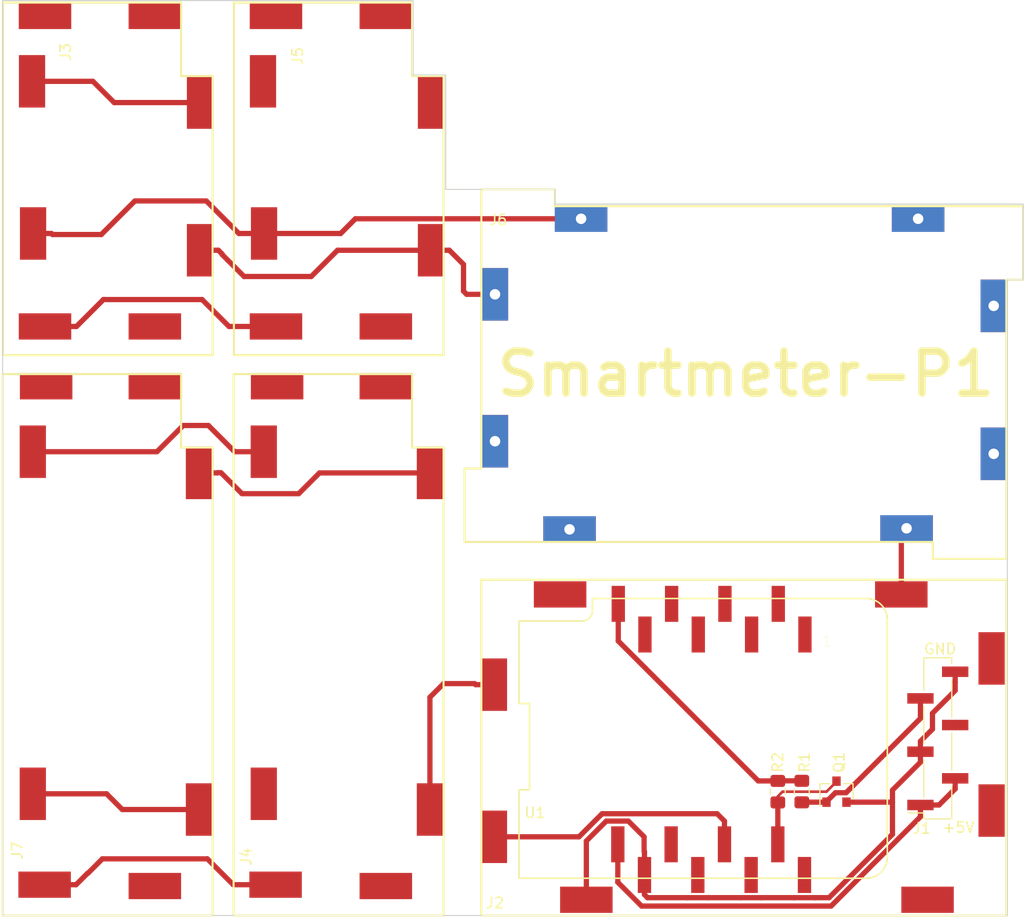
<source format=kicad_pcb>
(kicad_pcb (version 20171130) (host pcbnew 5.1.6-c6e7f7d~86~ubuntu18.04.1)

  (general
    (thickness 1.6)
    (drawings 15)
    (tracks 130)
    (zones 0)
    (modules 13)
    (nets 11)
  )

  (page A4)
  (layers
    (0 F.Cu signal)
    (31 B.Cu signal hide)
    (32 B.Adhes user hide)
    (33 F.Adhes user hide)
    (34 B.Paste user hide)
    (35 F.Paste user hide)
    (36 B.SilkS user hide)
    (37 F.SilkS user)
    (38 B.Mask user hide)
    (39 F.Mask user hide)
    (40 Dwgs.User user hide)
    (41 Cmts.User user hide)
    (42 Eco1.User user hide)
    (43 Eco2.User user hide)
    (44 Edge.Cuts user)
    (45 Margin user hide)
    (46 B.CrtYd user hide)
    (47 F.CrtYd user hide)
    (48 B.Fab user hide)
    (49 F.Fab user hide)
  )

  (setup
    (last_trace_width 0.5)
    (trace_clearance 0.2)
    (zone_clearance 0.508)
    (zone_45_only no)
    (trace_min 0.2)
    (via_size 1.6)
    (via_drill 0.8)
    (via_min_size 0.4)
    (via_min_drill 0.3)
    (uvia_size 0.3)
    (uvia_drill 0.1)
    (uvias_allowed no)
    (uvia_min_size 0.2)
    (uvia_min_drill 0.1)
    (edge_width 0.1)
    (segment_width 0.2)
    (pcb_text_width 0.3)
    (pcb_text_size 1.5 1.5)
    (mod_edge_width 0.15)
    (mod_text_size 1 1)
    (mod_text_width 0.15)
    (pad_size 1.524 1.524)
    (pad_drill 0.762)
    (pad_to_mask_clearance 0)
    (aux_axis_origin 80 125)
    (grid_origin 80 125)
    (visible_elements FFFDFF7F)
    (pcbplotparams
      (layerselection 0x010e8_ffffffff)
      (usegerberextensions false)
      (usegerberattributes true)
      (usegerberadvancedattributes false)
      (creategerberjobfile true)
      (excludeedgelayer true)
      (linewidth 0.100000)
      (plotframeref false)
      (viasonmask false)
      (mode 1)
      (useauxorigin false)
      (hpglpennumber 1)
      (hpglpenspeed 20)
      (hpglpendiameter 15.000000)
      (psnegative false)
      (psa4output false)
      (plotreference true)
      (plotvalue false)
      (plotinvisibletext false)
      (padsonsilk false)
      (subtractmaskfromsilk false)
      (outputformat 1)
      (mirror false)
      (drillshape 0)
      (scaleselection 1)
      (outputdirectory "Gerber/"))
  )

  (net 0 "")
  (net 1 GND)
  (net 2 +5V)
  (net 3 "Net-(J1-Pad5)")
  (net 4 "Net-(Q1-Pad3)")
  (net 5 +3V3)
  (net 6 /Switch)
  (net 7 "Net-(J3-Pad3)")
  (net 8 "Net-(J7-Pad2)")
  (net 9 "Net-(J6-Pad7)")
  (net 10 "Net-(J6-Pad6)")

  (net_class Default "Dit is de standaard class."
    (clearance 0.2)
    (trace_width 0.5)
    (via_dia 1.6)
    (via_drill 0.8)
    (uvia_dia 0.3)
    (uvia_drill 0.1)
    (add_net +3V3)
    (add_net +5V)
    (add_net /Switch)
    (add_net GND)
    (add_net "Net-(J1-Pad5)")
    (add_net "Net-(J3-Pad3)")
    (add_net "Net-(J6-Pad6)")
    (add_net "Net-(J6-Pad7)")
    (add_net "Net-(J7-Pad2)")
    (add_net "Net-(Q1-Pad3)")
  )

  (net_class Small ""
    (clearance 0.2)
    (trace_width 0.25)
    (via_dia 0.8)
    (via_drill 0.4)
    (uvia_dia 0.3)
    (uvia_drill 0.1)
  )

  (module slimme-meter:bottom (layer F.Cu) (tedit 5EB19EF1) (tstamp 5EB200E1)
    (at 125.6 125)
    (path /5EAC2B5B)
    (fp_text reference J2 (at 1.3 -1.2) (layer F.SilkS)
      (effects (font (size 1 1) (thickness 0.15)))
    )
    (fp_text value Bottom (at 31.2 -14.2) (layer F.Fab)
      (effects (font (size 1 1) (thickness 0.15)))
    )
    (fp_line (start 0 -32) (end 50 -32) (layer F.SilkS) (width 0.2))
    (fp_line (start 0 -32) (end 0 0) (layer F.SilkS) (width 0.2))
    (fp_line (start 50 0) (end 50 -32) (layer F.SilkS) (width 0.2))
    (fp_line (start 0 0) (end 50 0) (layer F.SilkS) (width 0.2))
    (pad 8 smd rect (at 1.2 -22 270) (size 5 2.5) (layers F.Cu F.Paste F.Mask))
    (pad 7 smd rect (at 1.2 -7.5 270) (size 5 2.5) (layers F.Cu F.Paste F.Mask)
      (net 6 /Switch))
    (pad 6 smd rect (at 10 -1.5) (size 5 2.5) (layers F.Cu F.Paste F.Mask)
      (net 1 GND))
    (pad 5 smd rect (at 42.5 -1.5 180) (size 5 2.5) (layers F.Cu F.Paste F.Mask))
    (pad 4 smd rect (at 48.6 -10 90) (size 5 2.5) (layers F.Cu F.Paste F.Mask))
    (pad 3 smd rect (at 48.6 -24.5 90) (size 5 2.5) (layers F.Cu F.Paste F.Mask))
    (pad 2 smd rect (at 40 -30.6) (size 5 2.5) (layers F.Cu F.Paste F.Mask))
    (pad 1 smd rect (at 7.5 -30.6) (size 5 2.5) (layers F.Cu F.Paste F.Mask))
  )

  (module slimme-meter:top (layer F.Cu) (tedit 5EB1935C) (tstamp 5EB1F41A)
    (at 125.6 57.4)
    (path /5EACF6A3)
    (fp_text reference J6 (at 1.6 1.3) (layer F.SilkS)
      (effects (font (size 1 1) (thickness 0.15)))
    )
    (fp_text value Top (at 0 -0.5) (layer F.Fab)
      (effects (font (size 1 1) (thickness 0.15)))
    )
    (fp_line (start -1.6 25) (end -1.6 32) (layer F.SilkS) (width 0.2))
    (fp_line (start 43 33.6) (end 50 33.6) (layer F.SilkS) (width 0.2))
    (fp_line (start 0 -1.6) (end 7 -1.6) (layer F.SilkS) (width 0.2))
    (fp_line (start 50 33.6) (end 50 7) (layer F.SilkS) (width 0.2))
    (fp_line (start -1.6 32) (end 43 32) (layer F.SilkS) (width 0.2))
    (fp_line (start 43 32) (end 43 33.6) (layer F.SilkS) (width 0.2))
    (fp_line (start 0 -1.6) (end 0 25) (layer F.SilkS) (width 0.2))
    (fp_line (start 0 25) (end -1.6 25) (layer F.SilkS) (width 0.2))
    (fp_line (start 7 0) (end 51.6 0) (layer F.SilkS) (width 0.2))
    (fp_line (start 7 0) (end 7 -1.6) (layer F.SilkS) (width 0.2))
    (fp_line (start 51.6 7) (end 51.6 0) (layer F.SilkS) (width 0.2))
    (fp_line (start 50 7) (end 51.6 7) (layer F.SilkS) (width 0.2))
    (pad 8 thru_hole rect (at 1.3 8.4 270) (size 5 2.5) (drill 1) (layers *.Cu *.Mask))
    (pad 7 thru_hole rect (at 1.3 22.4 270) (size 5 2.5) (drill 1) (layers *.Cu *.Mask)
      (net 9 "Net-(J6-Pad7)"))
    (pad 6 thru_hole rect (at 8.4 30.8 180) (size 5 2.5) (drill 1) (layers *.Cu *.Mask)
      (net 10 "Net-(J6-Pad6)"))
    (pad 5 thru_hole rect (at 40.5 30.7 180) (size 5 2.5) (drill 1) (layers *.Cu *.Mask))
    (pad 4 thru_hole rect (at 48.8 23.6 90) (size 5 2.5) (drill 1) (layers *.Cu *.Mask))
    (pad 3 thru_hole rect (at 48.8 9.5 90) (size 5 2.5) (drill 1) (layers *.Cu *.Mask))
    (pad 2 thru_hole rect (at 41.6 1.2) (size 5 2.5) (drill 1) (layers *.Cu *.Mask))
    (pad 1 thru_hole rect (at 9.5 1.2) (size 5 2.5) (drill 1) (layers *.Cu *.Mask))
  )

  (module MountingHole:MountingHole_2.1mm (layer F.Cu) (tedit 5EB1924E) (tstamp 5EB20F88)
    (at 135.5 80.6)
    (descr "Mounting Hole 2.1mm, no annular")
    (tags "mounting hole 2.1mm no annular")
    (attr virtual)
    (fp_text reference REF** (at 0 -3.2) (layer F.SilkS) hide
      (effects (font (size 1 1) (thickness 0.15)))
    )
    (fp_text value MountingHole_2.1mm (at 0 3.2) (layer F.Fab)
      (effects (font (size 1 1) (thickness 0.15)))
    )
    (fp_circle (center 0 0) (end 2.35 0) (layer F.CrtYd) (width 0.05))
    (fp_circle (center 0 0) (end 2.1 0) (layer Cmts.User) (width 0.15))
    (fp_text user %R (at 0.3 0) (layer F.Fab)
      (effects (font (size 1 1) (thickness 0.15)))
    )
    (pad "" np_thru_hole circle (at 0 0) (size 1.5 1.5) (drill 1.5) (layers *.Cu *.Mask))
  )

  (module MountingHole:MountingHole_2.5mm (layer F.Cu) (tedit 56D1B4CB) (tstamp 5EB20EE0)
    (at 149.9 84.2)
    (descr "Mounting Hole 2.5mm, no annular")
    (tags "mounting hole 2.5mm no annular")
    (attr virtual)
    (fp_text reference REF** (at 0 -3.5) (layer F.SilkS) hide
      (effects (font (size 1 1) (thickness 0.15)))
    )
    (fp_text value MountingHole_2.5mm (at 0 3.5) (layer F.Fab)
      (effects (font (size 1 1) (thickness 0.15)))
    )
    (fp_circle (center 0 0) (end 2.75 0) (layer F.CrtYd) (width 0.05))
    (fp_circle (center 0 0) (end 2.5 0) (layer Cmts.User) (width 0.15))
    (fp_text user %R (at 0.3 0) (layer F.Fab)
      (effects (font (size 1 1) (thickness 0.15)))
    )
    (pad 1 np_thru_hole circle (at 0 0) (size 2.5 2.5) (drill 2.5) (layers *.Cu *.Mask))
  )

  (module slimme-meter:zij-lang (layer F.Cu) (tedit 5EB18C6E) (tstamp 5EACD2C2)
    (at 102 125 270)
    (path /5EAC68F2)
    (fp_text reference J4 (at -5.6 -1.2 90) (layer F.SilkS)
      (effects (font (size 1 1) (thickness 0.15)))
    )
    (fp_text value "Kort N" (at -24.654 -9.217 90) (layer F.Fab)
      (effects (font (size 1 1) (thickness 0.15)))
    )
    (fp_line (start -51.6 -17) (end -44.6 -17) (layer F.SilkS) (width 0.2))
    (fp_line (start -51.6 -17) (end -51.6 0) (layer F.SilkS) (width 0.2))
    (fp_line (start -44.6 -17) (end -44.6 -20) (layer F.SilkS) (width 0.2))
    (fp_line (start 0 -20) (end -44.6 -20) (layer F.SilkS) (width 0.2))
    (fp_line (start -51.6 0) (end 0 0) (layer F.SilkS) (width 0.2))
    (fp_line (start 0 0) (end 0 -20) (layer F.SilkS) (width 0.2))
    (pad 8 smd rect (at -50.435 -14.5 180) (size 5 2.5) (layers F.Cu F.Paste F.Mask))
    (pad 7 smd rect (at -50.435 -4.145 180) (size 5 2.5) (layers F.Cu F.Paste F.Mask))
    (pad 6 smd rect (at -44.2 -2.875 270) (size 5 2.5) (layers F.Cu F.Paste F.Mask))
    (pad 5 smd rect (at -11.6 -2.875 90) (size 5 2.5) (layers F.Cu F.Paste F.Mask))
    (pad 4 smd rect (at -2.937 -4) (size 5 2.5) (layers F.Cu F.Paste F.Mask))
    (pad 3 smd rect (at -2.81 -14.5) (size 5 2.5) (layers F.Cu F.Paste F.Mask))
    (pad 2 smd rect (at -10.1 -18.7 270) (size 5 2.5) (layers F.Cu F.Paste F.Mask))
    (pad 1 smd rect (at -42.18 -18.7 270) (size 5 2.5) (layers F.Cu F.Paste F.Mask))
  )

  (module slimme-meter:zij-lang (layer F.Cu) (tedit 5EB18C6E) (tstamp 5EACC294)
    (at 80 125 270)
    (path /5EAC960B)
    (fp_text reference J7 (at -6.2 -1.4 90) (layer F.SilkS)
      (effects (font (size 1 1) (thickness 0.15)))
    )
    (fp_text value "Lang O" (at -24.654 -9.217 90) (layer F.Fab)
      (effects (font (size 1 1) (thickness 0.15)))
    )
    (fp_line (start -51.6 -17) (end -44.6 -17) (layer F.SilkS) (width 0.2))
    (fp_line (start -51.6 -17) (end -51.6 0) (layer F.SilkS) (width 0.2))
    (fp_line (start -44.6 -17) (end -44.6 -20) (layer F.SilkS) (width 0.2))
    (fp_line (start 0 -20) (end -44.6 -20) (layer F.SilkS) (width 0.2))
    (fp_line (start -51.6 0) (end 0 0) (layer F.SilkS) (width 0.2))
    (fp_line (start 0 0) (end 0 -20) (layer F.SilkS) (width 0.2))
    (pad 8 smd rect (at -50.435 -14.5 180) (size 5 2.5) (layers F.Cu F.Paste F.Mask))
    (pad 7 smd rect (at -50.435 -4.145 180) (size 5 2.5) (layers F.Cu F.Paste F.Mask))
    (pad 6 smd rect (at -44.2 -2.875 270) (size 5 2.5) (layers F.Cu F.Paste F.Mask))
    (pad 5 smd rect (at -11.6 -2.875 90) (size 5 2.5) (layers F.Cu F.Paste F.Mask)
      (net 8 "Net-(J7-Pad2)"))
    (pad 4 smd rect (at -2.937 -4) (size 5 2.5) (layers F.Cu F.Paste F.Mask))
    (pad 3 smd rect (at -2.81 -14.5) (size 5 2.5) (layers F.Cu F.Paste F.Mask))
    (pad 2 smd rect (at -10.1 -18.7 270) (size 5 2.5) (layers F.Cu F.Paste F.Mask)
      (net 8 "Net-(J7-Pad2)"))
    (pad 1 smd rect (at -42.18 -18.7 270) (size 5 2.5) (layers F.Cu F.Paste F.Mask))
  )

  (module slimme-meter:zij-kort (layer F.Cu) (tedit 5EB18B53) (tstamp 5EACC26A)
    (at 102 38 180)
    (path /5EAC9601)
    (fp_text reference J5 (at -6.1 -5.1 270) (layer F.SilkS)
      (effects (font (size 1 1) (thickness 0.15)))
    )
    (fp_text value "Lang W" (at -11.784 -18.28) (layer F.Fab)
      (effects (font (size 1 1) (thickness 0.15)))
    )
    (fp_line (start -17 0) (end -17 -7) (layer F.SilkS) (width 0.2))
    (fp_line (start -20 -33.6) (end 0 -33.6) (layer F.SilkS) (width 0.2))
    (fp_line (start 0 0) (end -17 0) (layer F.SilkS) (width 0.2))
    (fp_line (start -20 -7) (end -20 -33.6) (layer F.SilkS) (width 0.2))
    (fp_line (start -17 -7) (end -20 -7) (layer F.SilkS) (width 0.2))
    (fp_line (start -0.03 -33.597) (end -0.03 0.003) (layer F.SilkS) (width 0.2))
    (pad 8 smd rect (at -18.8 -9.525 90) (size 5 2.5) (layers F.Cu F.Paste F.Mask))
    (pad 7 smd rect (at -18.8 -23.6 90) (size 5 2.5) (layers F.Cu F.Paste F.Mask))
    (pad 6 smd rect (at -14.5 -30.861) (size 5 2.5) (layers F.Cu F.Paste F.Mask))
    (pad 5 smd rect (at -4.037 -30.861) (size 5 2.5) (layers F.Cu F.Paste F.Mask))
    (pad 4 smd rect (at -2.9 -22 270) (size 5 2.5) (layers F.Cu F.Paste F.Mask))
    (pad 3 smd rect (at -2.8 -7.5 270) (size 5 2.5) (layers F.Cu F.Paste F.Mask))
    (pad 2 smd rect (at -4.037 -1.27 180) (size 5 2.5) (layers F.Cu F.Paste F.Mask))
    (pad 1 smd rect (at -14.5 -1.27 180) (size 5 2.5) (layers F.Cu F.Paste F.Mask))
  )

  (module slimme-meter:zij-kort (layer F.Cu) (tedit 5EB18B53) (tstamp 5EACC246)
    (at 80 38 180)
    (path /5EAC5DD4)
    (fp_text reference J3 (at -6 -4.7 270) (layer F.SilkS)
      (effects (font (size 1 1) (thickness 0.15)))
    )
    (fp_text value "Kort Z" (at -11.784 -18.28) (layer F.Fab)
      (effects (font (size 1 1) (thickness 0.15)))
    )
    (fp_line (start -17 0) (end -17 -7) (layer F.SilkS) (width 0.2))
    (fp_line (start -20 -33.6) (end 0 -33.6) (layer F.SilkS) (width 0.2))
    (fp_line (start 0 0) (end -17 0) (layer F.SilkS) (width 0.2))
    (fp_line (start -20 -7) (end -20 -33.6) (layer F.SilkS) (width 0.2))
    (fp_line (start -17 -7) (end -20 -7) (layer F.SilkS) (width 0.2))
    (fp_line (start -0.03 -33.597) (end -0.03 0.003) (layer F.SilkS) (width 0.2))
    (pad 8 smd rect (at -18.8 -9.525 90) (size 5 2.5) (layers F.Cu F.Paste F.Mask)
      (net 7 "Net-(J3-Pad3)"))
    (pad 7 smd rect (at -18.8 -23.6 90) (size 5 2.5) (layers F.Cu F.Paste F.Mask))
    (pad 6 smd rect (at -14.5 -30.861) (size 5 2.5) (layers F.Cu F.Paste F.Mask))
    (pad 5 smd rect (at -4.037 -30.861) (size 5 2.5) (layers F.Cu F.Paste F.Mask))
    (pad 4 smd rect (at -2.9 -22 270) (size 5 2.5) (layers F.Cu F.Paste F.Mask))
    (pad 3 smd rect (at -2.8 -7.5 270) (size 5 2.5) (layers F.Cu F.Paste F.Mask)
      (net 7 "Net-(J3-Pad3)"))
    (pad 2 smd rect (at -4.037 -1.27 180) (size 5 2.5) (layers F.Cu F.Paste F.Mask))
    (pad 1 smd rect (at -14.5 -1.27 180) (size 5 2.5) (layers F.Cu F.Paste F.Mask))
  )

  (module wemos-d1-mini3:wemos-mini-d1-SMT (layer F.Cu) (tedit 5EABF91F) (tstamp 5EB20313)
    (at 147.486 108.118)
    (path /5E7BE7F8)
    (fp_text reference U1 (at -16.786 7.082) (layer F.SilkS)
      (effects (font (size 1 1) (thickness 0.15)))
    )
    (fp_text value WeMos_D1_mini (at -0.254 15.24) (layer F.Fab)
      (effects (font (size 1 1) (thickness 0.15)))
    )
    (fp_line (start -18.3 13.33) (end 14.78 13.33) (layer F.SilkS) (width 0.15))
    (fp_line (start 16.78 11.33) (end 16.78 -11.33) (layer F.SilkS) (width 0.15))
    (fp_line (start 14.78 -13.33) (end -11.3 -13.33) (layer F.SilkS) (width 0.15))
    (fp_line (start -18.3 -11.18) (end -18.3 -3.32) (layer F.SilkS) (width 0.15))
    (fp_line (start -18.3 -3.32) (end -17.3 -3.32) (layer F.SilkS) (width 0.15))
    (fp_line (start -17.3 -3.32) (end -17.3 4.9) (layer F.SilkS) (width 0.15))
    (fp_line (start -17.3 4.9) (end -18.3 4.9) (layer F.SilkS) (width 0.15))
    (fp_line (start -18.3 4.9) (end -18.3 13.329999) (layer F.SilkS) (width 0.15))
    (fp_line (start -11.48 -13.5) (end 14.85 -13.5) (layer F.CrtYd) (width 0.05))
    (fp_line (start 16.94 -11.5) (end 16.94 11.5) (layer F.CrtYd) (width 0.05))
    (fp_line (start 14.94 13.5) (end -18.46 13.5) (layer F.CrtYd) (width 0.05))
    (fp_line (start -18.46 13.5) (end -18.46 -11.33) (layer F.CrtYd) (width 0.05))
    (fp_line (start -18.3 -11.18) (end -12.3 -11.18) (layer F.SilkS) (width 0.15))
    (fp_line (start -11.3 -12.17) (end -11.3 -13.33) (layer F.SilkS) (width 0.15))
    (fp_line (start -11.3 -13.33) (end -11.3 -13.33) (layer F.SilkS) (width 0.15))
    (fp_line (start -11.48 -13.5) (end -11.48 -12.33) (layer F.CrtYd) (width 0.05))
    (fp_line (start -18.46 -11.33) (end -12.48 -11.33) (layer F.CrtYd) (width 0.05))
    (fp_line (start -10.16 12.827) (end -7.873 12.827) (layer F.Fab) (width 0.1))
    (fp_line (start -10.16 12.827) (end -10.16 12.573) (layer F.Fab) (width 0.1))
    (fp_line (start -7.873 10.287) (end -10.16 10.287) (layer F.Fab) (width 0.1))
    (fp_line (start -10.16 10.541) (end -10.16 12.573) (layer F.Fab) (width 0.1))
    (fp_line (start -10.16 10.541) (end -10.16 10.287) (layer F.Fab) (width 0.1))
    (fp_line (start -9.206 11.875) (end -9.206 11.239) (layer F.Fab) (width 0.1))
    (fp_line (start -9.206 11.239) (end -9.206 10.287) (layer F.Fab) (width 0.1))
    (fp_line (start -9.206 10.287) (end -9.206 8.915) (layer F.Fab) (width 0.1))
    (fp_line (start -9.206 11.239) (end -8.571 11.239) (layer F.Fab) (width 0.1))
    (fp_line (start -9.206 11.875) (end -8.571 11.875) (layer F.Fab) (width 0.1))
    (fp_line (start -9.206 8.915) (end -8.571 8.915) (layer F.Fab) (width 0.1))
    (fp_line (start -7.726 12.573) (end -7.873 12.827) (layer F.Fab) (width 0.1))
    (fp_line (start -6.669 11.875) (end -6.669 12.827) (layer F.Fab) (width 0.1))
    (fp_line (start -6.034 11.875) (end -6.034 12.827) (layer F.Fab) (width 0.1))
    (fp_line (start -6.034 12.827) (end -6.034 14.199) (layer F.Fab) (width 0.1))
    (fp_line (start -6.669 12.827) (end -6.669 14.199) (layer F.Fab) (width 0.1))
    (fp_line (start -6.034 14.199) (end -6.669 14.199) (layer F.Fab) (width 0.1))
    (fp_line (start -7.367 12.827) (end -7.514 12.573) (layer F.Fab) (width 0.1))
    (fp_line (start -7.367 12.827) (end -5.333 12.827) (layer F.Fab) (width 0.1))
    (fp_line (start -8.571 11.239) (end -8.571 11.875) (layer F.Fab) (width 0.1))
    (fp_line (start -8.571 11.239) (end -8.571 10.287) (layer F.Fab) (width 0.1))
    (fp_line (start -8.571 10.287) (end -8.571 8.915) (layer F.Fab) (width 0.1))
    (fp_line (start -7.873 10.287) (end -7.726 10.541) (layer F.Fab) (width 0.1))
    (fp_line (start -7.62 12.573) (end -7.62 10.541) (layer F.Fab) (width 0.1))
    (fp_line (start -7.726 10.541) (end -7.62 10.541) (layer F.Fab) (width 0.1))
    (fp_line (start -7.62 12.573) (end -7.726 12.573) (layer F.Fab) (width 0.1))
    (fp_line (start -6.034 11.239) (end -6.034 11.875) (layer F.Fab) (width 0.1))
    (fp_line (start -6.669 11.875) (end -6.669 11.239) (layer F.Fab) (width 0.1))
    (fp_line (start -6.034 11.875) (end -6.669 11.875) (layer F.Fab) (width 0.1))
    (fp_line (start -6.034 11.239) (end -6.669 11.239) (layer F.Fab) (width 0.1))
    (fp_line (start -7.514 10.541) (end -7.367 10.287) (layer F.Fab) (width 0.1))
    (fp_line (start -5.333 10.287) (end -7.367 10.287) (layer F.Fab) (width 0.1))
    (fp_line (start -7.62 10.541) (end -7.62 12.573) (layer F.Fab) (width 0.1))
    (fp_line (start -7.514 12.573) (end -7.62 12.573) (layer F.Fab) (width 0.1))
    (fp_line (start -7.62 10.541) (end -7.514 10.541) (layer F.Fab) (width 0.1))
    (fp_line (start -5.186 12.573) (end -5.333 12.827) (layer F.Fab) (width 0.1))
    (fp_line (start -2.646 12.573) (end -2.793 12.827) (layer F.Fab) (width 0.1))
    (fp_line (start -4.827 12.827) (end -4.974 12.573) (layer F.Fab) (width 0.1))
    (fp_line (start -4.827 12.827) (end -2.793 12.827) (layer F.Fab) (width 0.1))
    (fp_line (start -5.333 10.287) (end -5.186 10.541) (layer F.Fab) (width 0.1))
    (fp_line (start -5.079 12.573) (end -5.079 10.541) (layer F.Fab) (width 0.1))
    (fp_line (start -5.186 10.541) (end -5.079 10.541) (layer F.Fab) (width 0.1))
    (fp_line (start -5.079 12.573) (end -5.186 12.573) (layer F.Fab) (width 0.1))
    (fp_line (start -4.126 11.875) (end -4.126 11.239) (layer F.Fab) (width 0.1))
    (fp_line (start -3.491 11.239) (end -3.491 11.875) (layer F.Fab) (width 0.1))
    (fp_line (start -3.491 11.239) (end -3.491 10.287) (layer F.Fab) (width 0.1))
    (fp_line (start -4.126 11.239) (end -4.126 10.287) (layer F.Fab) (width 0.1))
    (fp_line (start -4.126 10.287) (end -4.126 8.915) (layer F.Fab) (width 0.1))
    (fp_line (start -3.491 10.287) (end -3.491 8.915) (layer F.Fab) (width 0.1))
    (fp_line (start -4.126 11.239) (end -3.491 11.239) (layer F.Fab) (width 0.1))
    (fp_line (start -4.126 11.875) (end -3.491 11.875) (layer F.Fab) (width 0.1))
    (fp_line (start -2.793 10.287) (end -2.646 10.541) (layer F.Fab) (width 0.1))
    (fp_line (start -4.974 10.541) (end -4.827 10.287) (layer F.Fab) (width 0.1))
    (fp_line (start -5.081 10.541) (end -5.081 12.573) (layer F.Fab) (width 0.1))
    (fp_line (start -2.793 10.287) (end -4.827 10.287) (layer F.Fab) (width 0.1))
    (fp_line (start -2.54 12.573) (end -2.54 10.541) (layer F.Fab) (width 0.1))
    (fp_line (start -2.646 10.541) (end -2.54 10.541) (layer F.Fab) (width 0.1))
    (fp_line (start -2.54 12.573) (end -2.646 12.573) (layer F.Fab) (width 0.1))
    (fp_line (start -4.974 12.573) (end -5.081 12.573) (layer F.Fab) (width 0.1))
    (fp_line (start -5.081 10.541) (end -4.974 10.541) (layer F.Fab) (width 0.1))
    (fp_line (start -2.287 12.827) (end -2.434 12.573) (layer F.Fab) (width 0.1))
    (fp_line (start -2.434 10.541) (end -2.287 10.287) (layer F.Fab) (width 0.1))
    (fp_line (start -2.54 10.541) (end -2.54 12.573) (layer F.Fab) (width 0.1))
    (fp_line (start -2.434 12.573) (end -2.54 12.573) (layer F.Fab) (width 0.1))
    (fp_line (start -2.54 10.541) (end -2.434 10.541) (layer F.Fab) (width 0.1))
    (fp_line (start -4.126 8.915) (end -3.491 8.915) (layer F.Fab) (width 0.1))
    (fp_line (start -1.589 11.875) (end -1.589 12.827) (layer F.Fab) (width 0.1))
    (fp_line (start -0.954 11.875) (end -0.954 12.827) (layer F.Fab) (width 0.1))
    (fp_line (start -0.954 12.827) (end -0.954 14.199) (layer F.Fab) (width 0.1))
    (fp_line (start -1.589 12.827) (end -1.589 14.199) (layer F.Fab) (width 0.1))
    (fp_line (start -0.954 14.199) (end -1.589 14.199) (layer F.Fab) (width 0.1))
    (fp_line (start -0.106 12.573) (end -0.253 12.827) (layer F.Fab) (width 0.1))
    (fp_line (start -2.287 12.827) (end -0.253 12.827) (layer F.Fab) (width 0.1))
    (fp_line (start 0.253 12.827) (end 0.106 12.573) (layer F.Fab) (width 0.1))
    (fp_line (start 0.253 12.827) (end 2.287 12.827) (layer F.Fab) (width 0.1))
    (fp_line (start -0.954 11.239) (end -0.954 11.875) (layer F.Fab) (width 0.1))
    (fp_line (start -1.589 11.875) (end -1.589 11.239) (layer F.Fab) (width 0.1))
    (fp_line (start -0.954 11.875) (end -1.589 11.875) (layer F.Fab) (width 0.1))
    (fp_line (start -0.954 11.239) (end -1.589 11.239) (layer F.Fab) (width 0.1))
    (fp_line (start -0.253 10.287) (end -0.106 10.541) (layer F.Fab) (width 0.1))
    (fp_line (start 0.001 12.573) (end 0.001 10.541) (layer F.Fab) (width 0.1))
    (fp_line (start -0.253 10.287) (end -2.287 10.287) (layer F.Fab) (width 0.1))
    (fp_line (start -0.106 10.541) (end 0.001 10.541) (layer F.Fab) (width 0.1))
    (fp_line (start 0.001 12.573) (end -0.106 12.573) (layer F.Fab) (width 0.1))
    (fp_line (start 0.954 11.875) (end 0.954 11.239) (layer F.Fab) (width 0.1))
    (fp_line (start 0.954 11.239) (end 0.954 10.287) (layer F.Fab) (width 0.1))
    (fp_line (start 0.954 10.287) (end 0.954 8.915) (layer F.Fab) (width 0.1))
    (fp_line (start 0.954 11.239) (end 1.589 11.239) (layer F.Fab) (width 0.1))
    (fp_line (start 0.954 11.875) (end 1.589 11.875) (layer F.Fab) (width 0.1))
    (fp_line (start 0.106 10.541) (end 0.253 10.287) (layer F.Fab) (width 0.1))
    (fp_line (start -0.001 10.541) (end -0.001 12.573) (layer F.Fab) (width 0.1))
    (fp_line (start 2.287 10.287) (end 0.253 10.287) (layer F.Fab) (width 0.1))
    (fp_line (start 0.106 12.573) (end -0.001 12.573) (layer F.Fab) (width 0.1))
    (fp_line (start -0.001 10.541) (end 0.106 10.541) (layer F.Fab) (width 0.1))
    (fp_line (start 0.954 8.915) (end 1.589 8.915) (layer F.Fab) (width 0.1))
    (fp_line (start 2.434 12.573) (end 2.287 12.827) (layer F.Fab) (width 0.1))
    (fp_line (start 3.491 11.875) (end 3.491 12.827) (layer F.Fab) (width 0.1))
    (fp_line (start 4.126 11.875) (end 4.126 12.827) (layer F.Fab) (width 0.1))
    (fp_line (start 4.126 12.827) (end 4.126 14.199) (layer F.Fab) (width 0.1))
    (fp_line (start 3.491 12.827) (end 3.491 14.199) (layer F.Fab) (width 0.1))
    (fp_line (start 4.126 14.199) (end 3.491 14.199) (layer F.Fab) (width 0.1))
    (fp_line (start 2.793 12.827) (end 2.646 12.573) (layer F.Fab) (width 0.1))
    (fp_line (start 2.793 12.827) (end 4.827 12.827) (layer F.Fab) (width 0.1))
    (fp_line (start 1.589 11.239) (end 1.589 11.875) (layer F.Fab) (width 0.1))
    (fp_line (start 1.589 11.239) (end 1.589 10.287) (layer F.Fab) (width 0.1))
    (fp_line (start 1.589 10.287) (end 1.589 8.915) (layer F.Fab) (width 0.1))
    (fp_line (start 2.287 10.287) (end 2.434 10.541) (layer F.Fab) (width 0.1))
    (fp_line (start 2.54 12.573) (end 2.54 10.541) (layer F.Fab) (width 0.1))
    (fp_line (start 2.434 10.541) (end 2.54 10.541) (layer F.Fab) (width 0.1))
    (fp_line (start 2.54 12.573) (end 2.434 12.573) (layer F.Fab) (width 0.1))
    (fp_line (start 4.126 11.239) (end 4.126 11.875) (layer F.Fab) (width 0.1))
    (fp_line (start 3.491 11.875) (end 3.491 11.239) (layer F.Fab) (width 0.1))
    (fp_line (start 4.126 11.875) (end 3.491 11.875) (layer F.Fab) (width 0.1))
    (fp_line (start 4.126 11.239) (end 3.491 11.239) (layer F.Fab) (width 0.1))
    (fp_line (start 2.646 10.541) (end 2.793 10.287) (layer F.Fab) (width 0.1))
    (fp_line (start 4.827 10.287) (end 2.793 10.287) (layer F.Fab) (width 0.1))
    (fp_line (start 2.54 10.541) (end 2.54 12.573) (layer F.Fab) (width 0.1))
    (fp_line (start 2.646 12.573) (end 2.54 12.573) (layer F.Fab) (width 0.1))
    (fp_line (start 2.54 10.541) (end 2.646 10.541) (layer F.Fab) (width 0.1))
    (fp_line (start 4.974 12.573) (end 4.827 12.827) (layer F.Fab) (width 0.1))
    (fp_line (start 7.514 12.573) (end 7.367 12.827) (layer F.Fab) (width 0.1))
    (fp_line (start 5.333 12.827) (end 5.186 12.573) (layer F.Fab) (width 0.1))
    (fp_line (start 5.333 12.827) (end 7.367 12.827) (layer F.Fab) (width 0.1))
    (fp_line (start 4.827 10.287) (end 4.974 10.541) (layer F.Fab) (width 0.1))
    (fp_line (start 5.081 12.573) (end 5.081 10.541) (layer F.Fab) (width 0.1))
    (fp_line (start 4.974 10.541) (end 5.081 10.541) (layer F.Fab) (width 0.1))
    (fp_line (start 5.081 12.573) (end 4.974 12.573) (layer F.Fab) (width 0.1))
    (fp_line (start 6.034 11.875) (end 6.034 11.239) (layer F.Fab) (width 0.1))
    (fp_line (start 6.669 11.239) (end 6.669 11.875) (layer F.Fab) (width 0.1))
    (fp_line (start 6.669 11.239) (end 6.669 10.287) (layer F.Fab) (width 0.1))
    (fp_line (start 6.034 11.239) (end 6.034 10.287) (layer F.Fab) (width 0.1))
    (fp_line (start 6.034 10.287) (end 6.034 8.915) (layer F.Fab) (width 0.1))
    (fp_line (start 6.669 10.287) (end 6.669 8.915) (layer F.Fab) (width 0.1))
    (fp_line (start 6.034 11.239) (end 6.669 11.239) (layer F.Fab) (width 0.1))
    (fp_line (start 6.034 11.875) (end 6.669 11.875) (layer F.Fab) (width 0.1))
    (fp_line (start 7.367 10.287) (end 7.514 10.541) (layer F.Fab) (width 0.1))
    (fp_line (start 5.186 10.541) (end 5.333 10.287) (layer F.Fab) (width 0.1))
    (fp_line (start 5.079 10.541) (end 5.079 12.573) (layer F.Fab) (width 0.1))
    (fp_line (start 7.367 10.287) (end 5.333 10.287) (layer F.Fab) (width 0.1))
    (fp_line (start 7.62 12.573) (end 7.62 10.541) (layer F.Fab) (width 0.1))
    (fp_line (start 7.514 10.541) (end 7.62 10.541) (layer F.Fab) (width 0.1))
    (fp_line (start 7.62 12.573) (end 7.514 12.573) (layer F.Fab) (width 0.1))
    (fp_line (start 5.186 12.573) (end 5.079 12.573) (layer F.Fab) (width 0.1))
    (fp_line (start 5.079 10.541) (end 5.186 10.541) (layer F.Fab) (width 0.1))
    (fp_line (start 7.873 12.827) (end 7.726 12.573) (layer F.Fab) (width 0.1))
    (fp_line (start 7.726 10.541) (end 7.873 10.287) (layer F.Fab) (width 0.1))
    (fp_line (start 7.62 10.541) (end 7.62 12.573) (layer F.Fab) (width 0.1))
    (fp_line (start 7.726 12.573) (end 7.62 12.573) (layer F.Fab) (width 0.1))
    (fp_line (start 7.62 10.541) (end 7.726 10.541) (layer F.Fab) (width 0.1))
    (fp_line (start 6.034 8.915) (end 6.669 8.915) (layer F.Fab) (width 0.1))
    (fp_line (start 7.873 12.827) (end 10.16 12.827) (layer F.Fab) (width 0.1))
    (fp_line (start 10.16 12.573) (end 10.16 12.827) (layer F.Fab) (width 0.1))
    (fp_line (start 8.571 11.875) (end 8.571 12.827) (layer F.Fab) (width 0.1))
    (fp_line (start 9.206 11.875) (end 9.206 12.827) (layer F.Fab) (width 0.1))
    (fp_line (start 9.206 12.827) (end 9.206 14.199) (layer F.Fab) (width 0.1))
    (fp_line (start 8.571 12.827) (end 8.571 14.199) (layer F.Fab) (width 0.1))
    (fp_line (start 9.206 14.199) (end 8.571 14.199) (layer F.Fab) (width 0.1))
    (fp_line (start 10.16 10.287) (end 7.873 10.287) (layer F.Fab) (width 0.1))
    (fp_line (start 10.16 10.287) (end 10.16 10.541) (layer F.Fab) (width 0.1))
    (fp_line (start 10.16 12.573) (end 10.16 10.541) (layer F.Fab) (width 0.1))
    (fp_line (start 9.206 11.239) (end 9.206 11.875) (layer F.Fab) (width 0.1))
    (fp_line (start 8.571 11.875) (end 8.571 11.239) (layer F.Fab) (width 0.1))
    (fp_line (start 9.206 11.875) (end 8.571 11.875) (layer F.Fab) (width 0.1))
    (fp_line (start 9.206 11.239) (end 8.571 11.239) (layer F.Fab) (width 0.1))
    (fp_poly (pts (xy -9.576 8.331) (xy -8.204 8.331) (xy -8.204 11.863) (xy -9.576 11.863)) (layer F.Mask) (width 0.01))
    (fp_poly (pts (xy -9.525 8.382) (xy -8.255 8.382) (xy -8.255 11.812) (xy -9.525 11.812)) (layer F.Paste) (width 0.01))
    (fp_poly (pts (xy -7.036 11.251) (xy -5.664 11.251) (xy -5.664 14.783) (xy -7.036 14.783)) (layer F.Mask) (width 0.01))
    (fp_poly (pts (xy -6.985 11.302) (xy -5.715 11.302) (xy -5.715 14.732) (xy -6.985 14.732)) (layer F.Paste) (width 0.01))
    (fp_poly (pts (xy -4.496 8.331) (xy -3.124 8.331) (xy -3.124 11.863) (xy -4.496 11.863)) (layer F.Mask) (width 0.01))
    (fp_poly (pts (xy -4.445 8.382) (xy -3.175 8.382) (xy -3.175 11.812) (xy -4.445 11.812)) (layer F.Paste) (width 0.01))
    (fp_poly (pts (xy -1.956 11.251) (xy -0.584 11.251) (xy -0.584 14.783) (xy -1.956 14.783)) (layer F.Mask) (width 0.01))
    (fp_poly (pts (xy -1.905 11.302) (xy -0.635 11.302) (xy -0.635 14.732) (xy -1.905 14.732)) (layer F.Paste) (width 0.01))
    (fp_poly (pts (xy 0.584 8.331) (xy 1.956 8.331) (xy 1.956 11.863) (xy 0.584 11.863)) (layer F.Mask) (width 0.01))
    (fp_poly (pts (xy 0.635 8.382) (xy 1.905 8.382) (xy 1.905 11.812) (xy 0.635 11.812)) (layer F.Paste) (width 0.01))
    (fp_poly (pts (xy 3.124 11.251) (xy 4.496 11.251) (xy 4.496 14.783) (xy 3.124 14.783)) (layer F.Mask) (width 0.01))
    (fp_poly (pts (xy 3.175 11.302) (xy 4.445 11.302) (xy 4.445 14.732) (xy 3.175 14.732)) (layer F.Paste) (width 0.01))
    (fp_poly (pts (xy 5.664 8.331) (xy 7.036 8.331) (xy 7.036 11.863) (xy 5.664 11.863)) (layer F.Mask) (width 0.01))
    (fp_poly (pts (xy 5.715 8.382) (xy 6.985 8.382) (xy 6.985 11.812) (xy 5.715 11.812)) (layer F.Paste) (width 0.01))
    (fp_poly (pts (xy 8.204 11.251) (xy 9.576 11.251) (xy 9.576 14.783) (xy 8.204 14.783)) (layer F.Mask) (width 0.01))
    (fp_poly (pts (xy 8.255 11.302) (xy 9.525 11.302) (xy 9.525 14.732) (xy 8.255 14.732)) (layer F.Paste) (width 0.01))
    (fp_poly (pts (xy -3.08 -11.052) (xy -4.452 -11.052) (xy -4.452 -14.584) (xy -3.08 -14.584)) (layer F.Mask) (width 0.01))
    (fp_line (start 3.535 -11.04) (end 3.535 -10.088) (layer F.Fab) (width 0.1))
    (fp_line (start 7.77 -10.342) (end 7.664 -10.342) (layer F.Fab) (width 0.1))
    (fp_line (start -9.162 -12.628) (end -9.162 -14) (layer F.Fab) (width 0.1))
    (fp_line (start 9.25 -8.716) (end 8.615 -8.716) (layer F.Fab) (width 0.1))
    (fp_line (start 0.15 -10.342) (end 0.043 -10.342) (layer F.Fab) (width 0.1))
    (fp_line (start -5.289 -12.628) (end -7.323 -12.628) (layer F.Fab) (width 0.1))
    (fp_line (start -4.93 -12.374) (end -4.783 -12.628) (layer F.Fab) (width 0.1))
    (fp_line (start 2.331 -12.628) (end 0.297 -12.628) (layer F.Fab) (width 0.1))
    (fp_line (start -2.39 -10.342) (end -2.496 -10.342) (layer F.Fab) (width 0.1))
    (fp_line (start 7.664 -10.342) (end 7.664 -12.374) (layer F.Fab) (width 0.1))
    (fp_line (start -1.545 -10.088) (end -1.545 -8.716) (layer F.Fab) (width 0.1))
    (fp_line (start -10.116 -12.374) (end -10.116 -12.628) (layer F.Fab) (width 0.1))
    (fp_line (start 9.25 -11.04) (end 9.25 -10.088) (layer F.Fab) (width 0.1))
    (fp_line (start 8.615 -11.04) (end 8.615 -11.676) (layer F.Fab) (width 0.1))
    (fp_line (start -0.91 -8.716) (end -1.545 -8.716) (layer F.Fab) (width 0.1))
    (fp_line (start 5.125 -10.342) (end 5.018 -10.342) (layer F.Fab) (width 0.1))
    (fp_line (start -2.496 -10.342) (end -2.496 -12.374) (layer F.Fab) (width 0.1))
    (fp_line (start -0.062 -10.342) (end -0.209 -10.088) (layer F.Fab) (width 0.1))
    (fp_poly (pts (xy 1.949 -11.103) (xy 0.679 -11.103) (xy 0.679 -14.533) (xy 1.949 -14.533)) (layer F.Paste) (width 0.01))
    (fp_line (start -7.829 -12.628) (end -7.682 -12.374) (layer F.Fab) (width 0.1))
    (fp_line (start 1.633 -11.676) (end 1.633 -11.04) (layer F.Fab) (width 0.1))
    (fp_line (start -10.116 -12.374) (end -10.116 -10.342) (layer F.Fab) (width 0.1))
    (fp_line (start -4.082 -11.04) (end -4.082 -11.676) (layer F.Fab) (width 0.1))
    (fp_line (start -9.162 -14) (end -8.527 -14) (layer F.Fab) (width 0.1))
    (fp_line (start 9.25 -11.676) (end 8.615 -11.676) (layer F.Fab) (width 0.1))
    (fp_line (start -0.91 -11.676) (end -0.91 -11.04) (layer F.Fab) (width 0.1))
    (fp_line (start 6.078 -14) (end 6.713 -14) (layer F.Fab) (width 0.1))
    (fp_line (start 0.297 -10.088) (end 2.331 -10.088) (layer F.Fab) (width 0.1))
    (fp_line (start 2.478 -10.342) (end 2.331 -10.088) (layer F.Fab) (width 0.1))
    (fp_line (start 0.15 -12.374) (end 0.297 -12.628) (layer F.Fab) (width 0.1))
    (fp_line (start -7.682 -10.342) (end -7.829 -10.088) (layer F.Fab) (width 0.1))
    (fp_line (start 6.078 -11.04) (end 6.713 -11.04) (layer F.Fab) (width 0.1))
    (fp_line (start -7.576 -10.342) (end -7.576 -12.374) (layer F.Fab) (width 0.1))
    (fp_line (start -4.082 -11.04) (end -3.447 -11.04) (layer F.Fab) (width 0.1))
    (fp_line (start -5.037 -12.374) (end -5.037 -10.342) (layer F.Fab) (width 0.1))
    (fp_line (start 5.123 -12.374) (end 5.23 -12.374) (layer F.Fab) (width 0.1))
    (fp_line (start -9.162 -11.04) (end -8.527 -11.04) (layer F.Fab) (width 0.1))
    (fp_poly (pts (xy -5.62 -8.132) (xy -6.992 -8.132) (xy -6.992 -11.664) (xy -5.62 -11.664)) (layer F.Mask) (width 0.01))
    (fp_line (start -4.93 -10.342) (end -5.037 -10.342) (layer F.Fab) (width 0.1))
    (fp_poly (pts (xy 4.489 -8.183) (xy 3.219 -8.183) (xy 3.219 -11.613) (xy 4.489 -11.613)) (layer F.Paste) (width 0.01))
    (fp_line (start -0.91 -11.676) (end -1.545 -11.676) (layer F.Fab) (width 0.1))
    (fp_poly (pts (xy 7.029 -11.103) (xy 5.759 -11.103) (xy 5.759 -14.533) (xy 7.029 -14.533)) (layer F.Paste) (width 0.01))
    (fp_poly (pts (xy 7.08 -11.052) (xy 5.708 -11.052) (xy 5.708 -14.584) (xy 7.08 -14.584)) (layer F.Mask) (width 0.01))
    (fp_line (start 7.411 -12.628) (end 7.558 -12.374) (layer F.Fab) (width 0.1))
    (fp_line (start -2.602 -12.374) (end -2.496 -12.374) (layer F.Fab) (width 0.1))
    (fp_line (start -5.037 -12.374) (end -4.93 -12.374) (layer F.Fab) (width 0.1))
    (fp_poly (pts (xy 9.62 -8.132) (xy 8.248 -8.132) (xy 8.248 -11.664) (xy 9.62 -11.664)) (layer F.Mask) (width 0.01))
    (fp_line (start -2.496 -12.374) (end -2.39 -12.374) (layer F.Fab) (width 0.1))
    (fp_line (start -1.545 -11.04) (end -1.545 -10.088) (layer F.Fab) (width 0.1))
    (fp_line (start 2.584 -10.342) (end 2.584 -12.374) (layer F.Fab) (width 0.1))
    (fp_line (start -1.545 -11.04) (end -1.545 -11.676) (layer F.Fab) (width 0.1))
    (fp_line (start 2.837 -10.088) (end 4.871 -10.088) (layer F.Fab) (width 0.1))
    (fp_line (start 4.17 -10.088) (end 4.17 -8.716) (layer F.Fab) (width 0.1))
    (fp_line (start 1.633 -12.628) (end 1.633 -14) (layer F.Fab) (width 0.1))
    (fp_line (start -9.162 -11.676) (end -9.162 -12.628) (layer F.Fab) (width 0.1))
    (fp_line (start 6.078 -12.628) (end 6.078 -14) (layer F.Fab) (width 0.1))
    (fp_line (start -0.209 -12.628) (end -2.243 -12.628) (layer F.Fab) (width 0.1))
    (fp_line (start 2.331 -12.628) (end 2.478 -12.374) (layer F.Fab) (width 0.1))
    (fp_line (start 6.078 -11.04) (end 6.078 -11.676) (layer F.Fab) (width 0.1))
    (fp_line (start -8.527 -11.676) (end -8.527 -12.628) (layer F.Fab) (width 0.1))
    (fp_line (start -5.99 -11.676) (end -5.99 -11.04) (layer F.Fab) (width 0.1))
    (fp_poly (pts (xy 9.569 -8.183) (xy 8.299 -8.183) (xy 8.299 -11.613) (xy 9.569 -11.613)) (layer F.Paste) (width 0.01))
    (fp_poly (pts (xy -8.16 -11.052) (xy -9.532 -11.052) (xy -9.532 -14.584) (xy -8.16 -14.584)) (layer F.Mask) (width 0.01))
    (fp_poly (pts (xy -3.131 -11.103) (xy -4.401 -11.103) (xy -4.401 -14.533) (xy -3.131 -14.533)) (layer F.Paste) (width 0.01))
    (fp_line (start 0.998 -11.676) (end 0.998 -12.628) (layer F.Fab) (width 0.1))
    (fp_line (start -6.625 -11.04) (end -6.625 -10.088) (layer F.Fab) (width 0.1))
    (fp_line (start 7.917 -10.088) (end 10.204 -10.088) (layer F.Fab) (width 0.1))
    (fp_line (start 10.204 -12.628) (end 10.204 -12.374) (layer F.Fab) (width 0.1))
    (fp_line (start -5.99 -11.04) (end -6.625 -11.04) (layer F.Fab) (width 0.1))
    (fp_line (start 3.535 -10.088) (end 3.535 -8.716) (layer F.Fab) (width 0.1))
    (fp_poly (pts (xy 4.54 -8.132) (xy 3.168 -8.132) (xy 3.168 -11.664) (xy 4.54 -11.664)) (layer F.Mask) (width 0.01))
    (fp_line (start -5.99 -8.716) (end -6.625 -8.716) (layer F.Fab) (width 0.1))
    (fp_line (start 5.018 -12.374) (end 5.125 -12.374) (layer F.Fab) (width 0.1))
    (fp_poly (pts (xy -0.591 -8.183) (xy -1.861 -8.183) (xy -1.861 -11.613) (xy -0.591 -11.613)) (layer F.Paste) (width 0.01))
    (fp_line (start 5.377 -10.088) (end 7.411 -10.088) (layer F.Fab) (width 0.1))
    (fp_line (start -8.527 -11.676) (end -8.527 -11.04) (layer F.Fab) (width 0.1))
    (fp_line (start 0.998 -11.04) (end 0.998 -11.676) (layer F.Fab) (width 0.1))
    (fp_line (start -2.243 -10.088) (end -0.209 -10.088) (layer F.Fab) (width 0.1))
    (fp_line (start 0.998 -12.628) (end 0.998 -14) (layer F.Fab) (width 0.1))
    (fp_line (start 3.535 -11.04) (end 3.535 -11.676) (layer F.Fab) (width 0.1))
    (fp_line (start 5.23 -10.342) (end 5.123 -10.342) (layer F.Fab) (width 0.1))
    (fp_line (start 10.204 -10.342) (end 10.204 -12.374) (layer F.Fab) (width 0.1))
    (fp_line (start -7.576 -12.374) (end -7.47 -12.374) (layer F.Fab) (width 0.1))
    (fp_line (start -4.082 -12.628) (end -4.082 -14) (layer F.Fab) (width 0.1))
    (fp_poly (pts (xy -5.671 -8.183) (xy -6.941 -8.183) (xy -6.941 -11.613) (xy -5.671 -11.613)) (layer F.Paste) (width 0.01))
    (fp_line (start 7.558 -10.342) (end 7.411 -10.088) (layer F.Fab) (width 0.1))
    (fp_line (start 4.17 -11.676) (end 4.17 -11.04) (layer F.Fab) (width 0.1))
    (fp_line (start 0.045 -10.342) (end -0.062 -10.342) (layer F.Fab) (width 0.1))
    (fp_line (start 9.25 -11.04) (end 8.615 -11.04) (layer F.Fab) (width 0.1))
    (fp_line (start -7.47 -10.342) (end -7.576 -10.342) (layer F.Fab) (width 0.1))
    (fp_line (start -2.749 -12.628) (end -2.602 -12.374) (layer F.Fab) (width 0.1))
    (fp_poly (pts (xy -0.54 -8.132) (xy -1.912 -8.132) (xy -1.912 -11.664) (xy -0.54 -11.664)) (layer F.Mask) (width 0.01))
    (fp_line (start 6.713 -11.676) (end 6.713 -11.04) (layer F.Fab) (width 0.1))
    (fp_line (start -2.496 -12.374) (end -2.496 -10.342) (layer F.Fab) (width 0.1))
    (fp_line (start -9.162 -11.676) (end -8.527 -11.676) (layer F.Fab) (width 0.1))
    (fp_line (start -5.99 -11.04) (end -5.99 -10.088) (layer F.Fab) (width 0.1))
    (fp_line (start -5.142 -12.374) (end -5.035 -12.374) (layer F.Fab) (width 0.1))
    (fp_line (start 8.615 -11.04) (end 8.615 -10.088) (layer F.Fab) (width 0.1))
    (fp_line (start -0.91 -11.04) (end -0.91 -10.088) (layer F.Fab) (width 0.1))
    (fp_line (start -7.829 -12.628) (end -10.116 -12.628) (layer F.Fab) (width 0.1))
    (fp_line (start 2.69 -10.342) (end 2.584 -10.342) (layer F.Fab) (width 0.1))
    (fp_line (start -5.035 -10.342) (end -5.142 -10.342) (layer F.Fab) (width 0.1))
    (fp_line (start -7.576 -12.374) (end -7.576 -10.342) (layer F.Fab) (width 0.1))
    (fp_line (start 0.998 -14) (end 1.633 -14) (layer F.Fab) (width 0.1))
    (fp_line (start 4.17 -11.676) (end 3.535 -11.676) (layer F.Fab) (width 0.1))
    (fp_line (start -4.783 -10.088) (end -4.93 -10.342) (layer F.Fab) (width 0.1))
    (fp_line (start -2.39 -12.374) (end -2.243 -12.628) (layer F.Fab) (width 0.1))
    (fp_line (start 0.043 -12.374) (end 0.15 -12.374) (layer F.Fab) (width 0.1))
    (fp_line (start -5.289 -12.628) (end -5.142 -12.374) (layer F.Fab) (width 0.1))
    (fp_line (start 6.078 -11.676) (end 6.078 -12.628) (layer F.Fab) (width 0.1))
    (fp_line (start -7.576 -10.342) (end -7.682 -10.342) (layer F.Fab) (width 0.1))
    (fp_line (start -2.243 -10.088) (end -2.39 -10.342) (layer F.Fab) (width 0.1))
    (fp_line (start 2.584 -12.374) (end 2.584 -10.342) (layer F.Fab) (width 0.1))
    (fp_line (start -4.082 -14) (end -3.447 -14) (layer F.Fab) (width 0.1))
    (fp_line (start -7.323 -10.088) (end -5.289 -10.088) (layer F.Fab) (width 0.1))
    (fp_line (start 2.837 -10.088) (end 2.69 -10.342) (layer F.Fab) (width 0.1))
    (fp_line (start -2.496 -10.342) (end -2.602 -10.342) (layer F.Fab) (width 0.1))
    (fp_line (start -3.447 -11.676) (end -3.447 -11.04) (layer F.Fab) (width 0.1))
    (fp_line (start 7.664 -12.374) (end 7.77 -12.374) (layer F.Fab) (width 0.1))
    (fp_line (start 0.043 -12.374) (end 0.043 -10.342) (layer F.Fab) (width 0.1))
    (fp_line (start 5.018 -10.342) (end 4.871 -10.088) (layer F.Fab) (width 0.1))
    (fp_line (start -0.062 -12.374) (end 0.045 -12.374) (layer F.Fab) (width 0.1))
    (fp_line (start 0.998 -11.676) (end 1.633 -11.676) (layer F.Fab) (width 0.1))
    (fp_line (start -4.082 -11.676) (end -4.082 -12.628) (layer F.Fab) (width 0.1))
    (fp_line (start -6.625 -10.088) (end -6.625 -8.716) (layer F.Fab) (width 0.1))
    (fp_line (start 7.411 -12.628) (end 5.377 -12.628) (layer F.Fab) (width 0.1))
    (fp_line (start -4.082 -11.676) (end -3.447 -11.676) (layer F.Fab) (width 0.1))
    (fp_line (start -5.035 -10.342) (end -5.035 -12.374) (layer F.Fab) (width 0.1))
    (fp_line (start 0.998 -11.04) (end 1.633 -11.04) (layer F.Fab) (width 0.1))
    (fp_poly (pts (xy -8.211 -11.103) (xy -9.481 -11.103) (xy -9.481 -14.533) (xy -8.211 -14.533)) (layer F.Paste) (width 0.01))
    (fp_line (start 2.584 -12.374) (end 2.69 -12.374) (layer F.Fab) (width 0.1))
    (fp_line (start 10.204 -10.342) (end 10.204 -10.088) (layer F.Fab) (width 0.1))
    (fp_line (start -0.209 -12.628) (end -0.062 -12.374) (layer F.Fab) (width 0.1))
    (fp_line (start -7.323 -10.088) (end -7.47 -10.342) (layer F.Fab) (width 0.1))
    (fp_line (start 7.77 -12.374) (end 7.917 -12.628) (layer F.Fab) (width 0.1))
    (fp_line (start -10.116 -10.088) (end -7.829 -10.088) (layer F.Fab) (width 0.1))
    (fp_line (start 8.615 -10.088) (end 8.615 -8.716) (layer F.Fab) (width 0.1))
    (fp_line (start -6.625 -11.04) (end -6.625 -11.676) (layer F.Fab) (width 0.1))
    (fp_line (start 6.713 -12.628) (end 6.713 -14) (layer F.Fab) (width 0.1))
    (fp_line (start 2.584 -10.342) (end 2.478 -10.342) (layer F.Fab) (width 0.1))
    (fp_line (start -3.447 -11.676) (end -3.447 -12.628) (layer F.Fab) (width 0.1))
    (fp_line (start -7.682 -12.374) (end -7.576 -12.374) (layer F.Fab) (width 0.1))
    (fp_line (start 7.917 -10.088) (end 7.77 -10.342) (layer F.Fab) (width 0.1))
    (fp_line (start -8.527 -12.628) (end -8.527 -14) (layer F.Fab) (width 0.1))
    (fp_line (start -9.162 -11.04) (end -9.162 -11.676) (layer F.Fab) (width 0.1))
    (fp_poly (pts (xy 2 -11.052) (xy 0.628 -11.052) (xy 0.628 -14.584) (xy 2 -14.584)) (layer F.Mask) (width 0.01))
    (fp_line (start -5.142 -10.342) (end -5.289 -10.088) (layer F.Fab) (width 0.1))
    (fp_line (start -3.447 -12.628) (end -3.447 -14) (layer F.Fab) (width 0.1))
    (fp_line (start 0.045 -10.342) (end 0.045 -12.374) (layer F.Fab) (width 0.1))
    (fp_line (start 4.17 -11.04) (end 4.17 -10.088) (layer F.Fab) (width 0.1))
    (fp_line (start 0.297 -10.088) (end 0.15 -10.342) (layer F.Fab) (width 0.1))
    (fp_line (start 4.17 -11.04) (end 3.535 -11.04) (layer F.Fab) (width 0.1))
    (fp_line (start 6.078 -11.676) (end 6.713 -11.676) (layer F.Fab) (width 0.1))
    (fp_line (start 9.25 -10.088) (end 9.25 -8.716) (layer F.Fab) (width 0.1))
    (fp_line (start -5.99 -10.088) (end -5.99 -8.716) (layer F.Fab) (width 0.1))
    (fp_line (start 7.664 -12.374) (end 7.664 -10.342) (layer F.Fab) (width 0.1))
    (fp_line (start -0.91 -10.088) (end -0.91 -8.716) (layer F.Fab) (width 0.1))
    (fp_line (start 7.664 -10.342) (end 7.558 -10.342) (layer F.Fab) (width 0.1))
    (fp_line (start -5.99 -11.676) (end -6.625 -11.676) (layer F.Fab) (width 0.1))
    (fp_line (start 4.871 -12.628) (end 5.018 -12.374) (layer F.Fab) (width 0.1))
    (fp_line (start 4.871 -12.628) (end 2.837 -12.628) (layer F.Fab) (width 0.1))
    (fp_line (start 10.204 -12.628) (end 7.917 -12.628) (layer F.Fab) (width 0.1))
    (fp_line (start 5.377 -10.088) (end 5.23 -10.342) (layer F.Fab) (width 0.1))
    (fp_line (start 6.713 -11.676) (end 6.713 -12.628) (layer F.Fab) (width 0.1))
    (fp_line (start 9.25 -11.676) (end 9.25 -11.04) (layer F.Fab) (width 0.1))
    (fp_line (start -0.91 -11.04) (end -1.545 -11.04) (layer F.Fab) (width 0.1))
    (fp_line (start 1.633 -11.676) (end 1.633 -12.628) (layer F.Fab) (width 0.1))
    (fp_line (start 5.23 -12.374) (end 5.377 -12.628) (layer F.Fab) (width 0.1))
    (fp_line (start 2.69 -12.374) (end 2.837 -12.628) (layer F.Fab) (width 0.1))
    (fp_line (start -4.783 -10.088) (end -2.749 -10.088) (layer F.Fab) (width 0.1))
    (fp_line (start 5.123 -12.374) (end 5.123 -10.342) (layer F.Fab) (width 0.1))
    (fp_line (start -10.116 -10.088) (end -10.116 -10.342) (layer F.Fab) (width 0.1))
    (fp_line (start 7.558 -12.374) (end 7.664 -12.374) (layer F.Fab) (width 0.1))
    (fp_line (start 2.478 -12.374) (end 2.584 -12.374) (layer F.Fab) (width 0.1))
    (fp_line (start -7.47 -12.374) (end -7.323 -12.628) (layer F.Fab) (width 0.1))
    (fp_line (start 5.125 -10.342) (end 5.125 -12.374) (layer F.Fab) (width 0.1))
    (fp_line (start -2.602 -10.342) (end -2.749 -10.088) (layer F.Fab) (width 0.1))
    (fp_line (start 4.17 -8.716) (end 3.535 -8.716) (layer F.Fab) (width 0.1))
    (fp_line (start -2.749 -12.628) (end -4.783 -12.628) (layer F.Fab) (width 0.1))
    (fp_text user 16 (at 11.557 11.811 180) (layer F.Fab)
      (effects (font (size 1 1) (thickness 0.015)))
    )
    (fp_text user 16 (at 11.557 11.811 180) (layer F.Fab)
      (effects (font (size 1 1) (thickness 0.015)))
    )
    (fp_text user 1 (at 11.049 -9.271) (layer F.SilkS)
      (effects (font (size 1 1) (thickness 0.015)))
    )
    (fp_text user 1 (at 11.049 -9.271) (layer F.SilkS)
      (effects (font (size 1 1) (thickness 0.015)))
    )
    (fp_arc (start -12.48 -12.33) (end -11.48 -12.33) (angle 90) (layer F.CrtYd) (width 0.05))
    (fp_arc (start -12.3 -12.18) (end -11.3 -12.18) (angle 90) (layer F.SilkS) (width 0.15))
    (fp_arc (start 14.94 -11.5) (end 14.85 -13.5) (angle 92.57657183) (layer F.CrtYd) (width 0.05))
    (fp_arc (start 14.94 11.5) (end 16.94 11.5) (angle 90) (layer F.CrtYd) (width 0.05))
    (fp_arc (start 14.78 11.33) (end 16.78 11.33) (angle 90) (layer F.SilkS) (width 0.15))
    (fp_arc (start 14.78 -11.33) (end 14.78 -13.33) (angle 90) (layer F.SilkS) (width 0.15))
    (pad 5 smd rect (at -1.226 -9.898 180) (size 1.27 3.430001) (layers F.Cu F.Paste))
    (pad 6 smd rect (at -3.766 -12.818 180) (size 1.27 3.430001) (layers F.Cu F.Paste))
    (pad 7 smd rect (at -6.306 -9.898 180) (size 1.27 3.430001) (layers F.Cu F.Paste))
    (pad 2 smd rect (at 6.394 -12.818 180) (size 1.27 3.430001) (layers F.Cu F.Paste))
    (pad 8 smd rect (at -8.846 -12.818 180) (size 1.27 3.430001) (layers F.Cu F.Paste)
      (net 5 +3V3))
    (pad 1 smd rect (at 8.934 -9.898 180) (size 1.27 3.430001) (layers F.Cu F.Paste))
    (pad 3 smd rect (at 3.854 -9.898 180) (size 1.27 3.430001) (layers F.Cu F.Paste))
    (pad 4 smd rect (at 1.314 -12.818 180) (size 1.27 3.430001) (layers F.Cu F.Paste))
    (pad 16 smd rect (at 8.89 13.017) (size 1.27 3.430001) (layers F.Cu F.Paste))
    (pad 15 smd rect (at 6.35 10.097) (size 1.27 3.430001) (layers F.Cu F.Paste)
      (net 4 "Net-(Q1-Pad3)"))
    (pad 14 smd rect (at 3.81 13.017) (size 1.27 3.430001) (layers F.Cu F.Paste))
    (pad 13 smd rect (at 1.27 10.097) (size 1.27 3.430001) (layers F.Cu F.Paste)
      (net 6 /Switch))
    (pad 12 smd rect (at -1.27 13.017) (size 1.27 3.430001) (layers F.Cu F.Paste))
    (pad 11 smd rect (at -3.81 10.097) (size 1.27 3.430001) (layers F.Cu F.Paste))
    (pad 10 smd rect (at -6.35 13.017) (size 1.27 3.430001) (layers F.Cu F.Paste)
      (net 1 GND))
    (pad 9 smd rect (at -8.89 10.097) (size 1.27 3.430001) (layers F.Cu F.Paste)
      (net 2 +5V))
    (model /home/koenraad/ownCloud/documents/devel/hardware/SlimmeMeter/Doc/Compound.wrl
      (offset (xyz 0 -11.43 0))
      (scale (xyz 1 1 1))
      (rotate (xyz 0 0 0))
    )
    (model /home/koenraad/ownCloud/documents/devel/hardware/SlimmeMeter/Doc/Compound.wrl
      (offset (xyz 0 11.43 0))
      (scale (xyz 1 1 1))
      (rotate (xyz 0 0 0))
    )
    (model /home/koenraad/ownCloud/documents/devel/ESP8266/wemos-d1-mini-kicad-master/3dshapes/wemos_d1_mini.3dshapes/d1_mini_shield.wrl
      (offset (xyz -17.89938 -12.79906 9.398))
      (scale (xyz 0.3937 0.3937 0.3937))
      (rotate (xyz 0 180 90))
    )
    (model /home/koenraad/ownCloud/documents/devel/ESP8266/wemos-d1-mini-kicad-master/3dshapes/wemos_d1_mini.3dshapes/SLW-108-01-G-S.wrl
      (offset (xyz 0 -11.43 8.407400000000001))
      (scale (xyz 0.3937 0.3937 0.3937))
      (rotate (xyz 90 0 0))
    )
    (model /home/koenraad/ownCloud/documents/devel/ESP8266/wemos-d1-mini-kicad-master/3dshapes/wemos_d1_mini.3dshapes/SLW-108-01-G-S.wrl
      (offset (xyz 0.0508 11.43 8.407400000000001))
      (scale (xyz 0.3937 0.3937 0.3937))
      (rotate (xyz 90 0 0))
    )
  )

  (module Connector_PinHeader_2.54mm:PinHeader_1x06_P2.54mm_Vertical_SMD_Pin1Right (layer F.Cu) (tedit 59FED5CC) (tstamp 5EB2006F)
    (at 169.076 108.118 180)
    (descr "surface-mounted straight pin header, 1x06, 2.54mm pitch, single row, style 2 (pin 1 right)")
    (tags "Surface mounted pin header SMD 1x06 2.54mm single row style2 pin1 right")
    (path /5E7A0269)
    (attr smd)
    (fp_text reference J1 (at 1.526 -8.582) (layer F.SilkS)
      (effects (font (size 1 1) (thickness 0.15)))
    )
    (fp_text value Conn_01x06_Male (at 0 8.68) (layer F.Fab)
      (effects (font (size 1 1) (thickness 0.15)))
    )
    (fp_line (start 1.27 7.62) (end -1.27 7.62) (layer F.Fab) (width 0.1))
    (fp_line (start -1.27 -7.62) (end 0.32 -7.62) (layer F.Fab) (width 0.1))
    (fp_line (start 1.27 7.62) (end 1.27 -6.67) (layer F.Fab) (width 0.1))
    (fp_line (start 1.27 -6.67) (end 0.32 -7.62) (layer F.Fab) (width 0.1))
    (fp_line (start -1.27 -7.62) (end -1.27 7.62) (layer F.Fab) (width 0.1))
    (fp_line (start -1.27 -4.13) (end -2.54 -4.13) (layer F.Fab) (width 0.1))
    (fp_line (start -2.54 -4.13) (end -2.54 -3.49) (layer F.Fab) (width 0.1))
    (fp_line (start -2.54 -3.49) (end -1.27 -3.49) (layer F.Fab) (width 0.1))
    (fp_line (start -1.27 0.95) (end -2.54 0.95) (layer F.Fab) (width 0.1))
    (fp_line (start -2.54 0.95) (end -2.54 1.59) (layer F.Fab) (width 0.1))
    (fp_line (start -2.54 1.59) (end -1.27 1.59) (layer F.Fab) (width 0.1))
    (fp_line (start -1.27 6.03) (end -2.54 6.03) (layer F.Fab) (width 0.1))
    (fp_line (start -2.54 6.03) (end -2.54 6.67) (layer F.Fab) (width 0.1))
    (fp_line (start -2.54 6.67) (end -1.27 6.67) (layer F.Fab) (width 0.1))
    (fp_line (start 1.27 -6.67) (end 2.54 -6.67) (layer F.Fab) (width 0.1))
    (fp_line (start 2.54 -6.67) (end 2.54 -6.03) (layer F.Fab) (width 0.1))
    (fp_line (start 2.54 -6.03) (end 1.27 -6.03) (layer F.Fab) (width 0.1))
    (fp_line (start 1.27 -1.59) (end 2.54 -1.59) (layer F.Fab) (width 0.1))
    (fp_line (start 2.54 -1.59) (end 2.54 -0.95) (layer F.Fab) (width 0.1))
    (fp_line (start 2.54 -0.95) (end 1.27 -0.95) (layer F.Fab) (width 0.1))
    (fp_line (start 1.27 3.49) (end 2.54 3.49) (layer F.Fab) (width 0.1))
    (fp_line (start 2.54 3.49) (end 2.54 4.13) (layer F.Fab) (width 0.1))
    (fp_line (start 2.54 4.13) (end 1.27 4.13) (layer F.Fab) (width 0.1))
    (fp_line (start -1.33 -7.68) (end 1.33 -7.68) (layer F.SilkS) (width 0.12))
    (fp_line (start -1.33 7.68) (end 1.33 7.68) (layer F.SilkS) (width 0.12))
    (fp_line (start 1.33 -5.59) (end 1.33 -2.03) (layer F.SilkS) (width 0.12))
    (fp_line (start 1.33 -0.51) (end 1.33 3.05) (layer F.SilkS) (width 0.12))
    (fp_line (start 1.33 4.57) (end 1.33 7.68) (layer F.SilkS) (width 0.12))
    (fp_line (start -1.33 -7.68) (end -1.33 -4.57) (layer F.SilkS) (width 0.12))
    (fp_line (start 1.33 -7.11) (end 2.85 -7.11) (layer F.SilkS) (width 0.12))
    (fp_line (start 1.33 -7.68) (end 1.33 -7.11) (layer F.SilkS) (width 0.12))
    (fp_line (start -1.33 7.11) (end -1.33 7.68) (layer F.SilkS) (width 0.12))
    (fp_line (start -1.33 -3.05) (end -1.33 0.51) (layer F.SilkS) (width 0.12))
    (fp_line (start -1.33 2.03) (end -1.33 5.59) (layer F.SilkS) (width 0.12))
    (fp_line (start -3.45 -8.15) (end -3.45 8.15) (layer F.CrtYd) (width 0.05))
    (fp_line (start -3.45 8.15) (end 3.45 8.15) (layer F.CrtYd) (width 0.05))
    (fp_line (start 3.45 8.15) (end 3.45 -8.15) (layer F.CrtYd) (width 0.05))
    (fp_line (start 3.45 -8.15) (end -3.45 -8.15) (layer F.CrtYd) (width 0.05))
    (fp_text user %R (at 0 0 90) (layer F.Fab)
      (effects (font (size 1 1) (thickness 0.15)))
    )
    (pad 5 smd rect (at 1.655 3.81 180) (size 2.51 1) (layers F.Cu F.Paste F.Mask)
      (net 3 "Net-(J1-Pad5)"))
    (pad 3 smd rect (at 1.655 -1.27 180) (size 2.51 1) (layers F.Cu F.Paste F.Mask)
      (net 1 GND))
    (pad 1 smd rect (at 1.655 -6.35 180) (size 2.51 1) (layers F.Cu F.Paste F.Mask)
      (net 2 +5V))
    (pad 6 smd rect (at -1.655 6.35 180) (size 2.51 1) (layers F.Cu F.Paste F.Mask)
      (net 1 GND))
    (pad 4 smd rect (at -1.655 1.27 180) (size 2.51 1) (layers F.Cu F.Paste F.Mask))
    (pad 2 smd rect (at -1.655 -3.81 180) (size 2.51 1) (layers F.Cu F.Paste F.Mask)
      (net 2 +5V))
    (model ${KISYS3DMOD}/Connector_PinHeader_2.54mm.3dshapes/PinHeader_1x06_P2.54mm_Vertical_SMD_Pin1Right.wrl
      (at (xyz 0 0 0))
      (scale (xyz 1 1 1))
      (rotate (xyz 0 0 0))
    )
  )

  (module Resistor_SMD:R_0805_2012Metric_Pad1.15x1.40mm_HandSolder (layer F.Cu) (tedit 5B36C52B) (tstamp 5EB2001C)
    (at 153.836 113.198 270)
    (descr "Resistor SMD 0805 (2012 Metric), square (rectangular) end terminal, IPC_7351 nominal with elongated pad for handsoldering. (Body size source: https://docs.google.com/spreadsheets/d/1BsfQQcO9C6DZCsRaXUlFlo91Tg2WpOkGARC1WS5S8t0/edit?usp=sharing), generated with kicad-footprint-generator")
    (tags "resistor handsolder")
    (path /5E79E74C)
    (attr smd)
    (fp_text reference R2 (at -2.794 0 90) (layer F.SilkS)
      (effects (font (size 1 1) (thickness 0.15)))
    )
    (fp_text value 10K (at 0 1.65 90) (layer F.Fab)
      (effects (font (size 1 1) (thickness 0.15)))
    )
    (fp_line (start -1 0.6) (end -1 -0.6) (layer F.Fab) (width 0.1))
    (fp_line (start -1 -0.6) (end 1 -0.6) (layer F.Fab) (width 0.1))
    (fp_line (start 1 -0.6) (end 1 0.6) (layer F.Fab) (width 0.1))
    (fp_line (start 1 0.6) (end -1 0.6) (layer F.Fab) (width 0.1))
    (fp_line (start -0.261252 -0.71) (end 0.261252 -0.71) (layer F.SilkS) (width 0.12))
    (fp_line (start -0.261252 0.71) (end 0.261252 0.71) (layer F.SilkS) (width 0.12))
    (fp_line (start -1.85 0.95) (end -1.85 -0.95) (layer F.CrtYd) (width 0.05))
    (fp_line (start -1.85 -0.95) (end 1.85 -0.95) (layer F.CrtYd) (width 0.05))
    (fp_line (start 1.85 -0.95) (end 1.85 0.95) (layer F.CrtYd) (width 0.05))
    (fp_line (start 1.85 0.95) (end -1.85 0.95) (layer F.CrtYd) (width 0.05))
    (fp_text user %R (at -2.54 1.016 90) (layer F.Fab)
      (effects (font (size 0.5 0.5) (thickness 0.08)))
    )
    (pad 2 smd roundrect (at 1.025 0 270) (size 1.15 1.4) (layers F.Cu F.Paste F.Mask) (roundrect_rratio 0.217391)
      (net 4 "Net-(Q1-Pad3)"))
    (pad 1 smd roundrect (at -1.025 0 270) (size 1.15 1.4) (layers F.Cu F.Paste F.Mask) (roundrect_rratio 0.217391)
      (net 5 +3V3))
    (model ${KISYS3DMOD}/Resistor_SMD.3dshapes/R_0805_2012Metric.wrl
      (at (xyz 0 0 0))
      (scale (xyz 1 1 1))
      (rotate (xyz 0 0 0))
    )
  )

  (module Resistor_SMD:R_0805_2012Metric_Pad1.15x1.40mm_HandSolder (layer F.Cu) (tedit 5B36C52B) (tstamp 5EB20664)
    (at 156.122 113.189 270)
    (descr "Resistor SMD 0805 (2012 Metric), square (rectangular) end terminal, IPC_7351 nominal with elongated pad for handsoldering. (Body size source: https://docs.google.com/spreadsheets/d/1BsfQQcO9C6DZCsRaXUlFlo91Tg2WpOkGARC1WS5S8t0/edit?usp=sharing), generated with kicad-footprint-generator")
    (tags "resistor handsolder")
    (path /5E79DBE3)
    (attr smd)
    (fp_text reference R1 (at -2.785 -0.254 90) (layer F.SilkS)
      (effects (font (size 1 1) (thickness 0.15)))
    )
    (fp_text value 10K (at 0 1.65 90) (layer F.Fab)
      (effects (font (size 1 1) (thickness 0.15)))
    )
    (fp_line (start -1 0.6) (end -1 -0.6) (layer F.Fab) (width 0.1))
    (fp_line (start -1 -0.6) (end 1 -0.6) (layer F.Fab) (width 0.1))
    (fp_line (start 1 -0.6) (end 1 0.6) (layer F.Fab) (width 0.1))
    (fp_line (start 1 0.6) (end -1 0.6) (layer F.Fab) (width 0.1))
    (fp_line (start -0.261252 -0.71) (end 0.261252 -0.71) (layer F.SilkS) (width 0.12))
    (fp_line (start -0.261252 0.71) (end 0.261252 0.71) (layer F.SilkS) (width 0.12))
    (fp_line (start -1.85 0.95) (end -1.85 -0.95) (layer F.CrtYd) (width 0.05))
    (fp_line (start -1.85 -0.95) (end 1.85 -0.95) (layer F.CrtYd) (width 0.05))
    (fp_line (start 1.85 -0.95) (end 1.85 0.95) (layer F.CrtYd) (width 0.05))
    (fp_line (start 1.85 0.95) (end -1.85 0.95) (layer F.CrtYd) (width 0.05))
    (fp_text user %R (at -2.531 0.762 90) (layer F.Fab)
      (effects (font (size 0.5 0.5) (thickness 0.08)))
    )
    (pad 2 smd roundrect (at 1.025 0 270) (size 1.15 1.4) (layers F.Cu F.Paste F.Mask) (roundrect_rratio 0.217391)
      (net 3 "Net-(J1-Pad5)"))
    (pad 1 smd roundrect (at -1.025 0 270) (size 1.15 1.4) (layers F.Cu F.Paste F.Mask) (roundrect_rratio 0.217391)
      (net 5 +3V3))
    (model ${KISYS3DMOD}/Resistor_SMD.3dshapes/R_0805_2012Metric.wrl
      (at (xyz 0 0 0))
      (scale (xyz 1 1 1))
      (rotate (xyz 0 0 0))
    )
  )

  (module Package_TO_SOT_SMD:SOT-23 (layer F.Cu) (tedit 5A02FF57) (tstamp 5EB20122)
    (at 159.424 113.198 90)
    (descr "SOT-23, Standard")
    (tags SOT-23)
    (path /5EAB2551)
    (attr smd)
    (fp_text reference Q1 (at 2.794 0.254 90) (layer F.SilkS)
      (effects (font (size 1 1) (thickness 0.15)))
    )
    (fp_text value BC847 (at 0 2.5 90) (layer F.Fab)
      (effects (font (size 1 1) (thickness 0.15)))
    )
    (fp_line (start -0.7 -0.95) (end -0.7 1.5) (layer F.Fab) (width 0.1))
    (fp_line (start -0.15 -1.52) (end 0.7 -1.52) (layer F.Fab) (width 0.1))
    (fp_line (start -0.7 -0.95) (end -0.15 -1.52) (layer F.Fab) (width 0.1))
    (fp_line (start 0.7 -1.52) (end 0.7 1.52) (layer F.Fab) (width 0.1))
    (fp_line (start -0.7 1.52) (end 0.7 1.52) (layer F.Fab) (width 0.1))
    (fp_line (start 0.76 1.58) (end 0.76 0.65) (layer F.SilkS) (width 0.12))
    (fp_line (start 0.76 -1.58) (end 0.76 -0.65) (layer F.SilkS) (width 0.12))
    (fp_line (start -1.7 -1.75) (end 1.7 -1.75) (layer F.CrtYd) (width 0.05))
    (fp_line (start 1.7 -1.75) (end 1.7 1.75) (layer F.CrtYd) (width 0.05))
    (fp_line (start 1.7 1.75) (end -1.7 1.75) (layer F.CrtYd) (width 0.05))
    (fp_line (start -1.7 1.75) (end -1.7 -1.75) (layer F.CrtYd) (width 0.05))
    (fp_line (start 0.76 -1.58) (end -1.4 -1.58) (layer F.SilkS) (width 0.12))
    (fp_line (start 0.76 1.58) (end -0.7 1.58) (layer F.SilkS) (width 0.12))
    (fp_text user %R (at 2.54 -1.27 270) (layer F.Fab)
      (effects (font (size 0.5 0.5) (thickness 0.075)))
    )
    (pad 3 smd rect (at 1 0 90) (size 0.9 0.8) (layers F.Cu F.Paste F.Mask)
      (net 4 "Net-(Q1-Pad3)"))
    (pad 2 smd rect (at -1 0.95 90) (size 0.9 0.8) (layers F.Cu F.Paste F.Mask)
      (net 1 GND))
    (pad 1 smd rect (at -1 -0.95 90) (size 0.9 0.8) (layers F.Cu F.Paste F.Mask)
      (net 3 "Net-(J1-Pad5)"))
    (model ${KISYS3DMOD}/Package_TO_SOT_SMD.3dshapes/SOT-23.wrl
      (at (xyz 0 0 0))
      (scale (xyz 1 1 1))
      (rotate (xyz 0 0 0))
    )
  )

  (gr_text GND (at 169.3 99.6) (layer F.SilkS)
    (effects (font (size 1 1) (thickness 0.15)))
  )
  (gr_text +5V (at 171.05 116.6) (layer F.SilkS)
    (effects (font (size 1 1) (thickness 0.15)))
  )
  (gr_text Smartmeter-P1 (at 150.8 73.4) (layer F.SilkS)
    (effects (font (size 4 4) (thickness 0.7)))
  )
  (gr_line (start 122.2 44.9) (end 122.2 55.8) (layer Edge.Cuts) (width 0.1))
  (gr_line (start 119.1 44.9) (end 122.2 44.9) (layer Edge.Cuts) (width 0.1))
  (gr_line (start 119.1 37.8) (end 119.1 44.9) (layer Edge.Cuts) (width 0.1))
  (gr_line (start 80 37.8) (end 119.1 37.8) (layer Edge.Cuts) (width 0.1))
  (gr_line (start 132.6 57.2) (end 177.2 57.2) (layer Edge.Cuts) (width 0.1))
  (gr_line (start 132.6 55.8) (end 132.6 57.2) (layer Edge.Cuts) (width 0.1))
  (gr_line (start 122.2 55.8) (end 132.6 55.8) (layer Edge.Cuts) (width 0.1))
  (gr_line (start 175.7 64.4) (end 177.2 64.4) (layer Edge.Cuts) (width 0.1) (tstamp 5EB2160A))
  (gr_line (start 175.7 64.4) (end 175.7 125) (layer Edge.Cuts) (width 0.1) (tstamp 5EACD35B))
  (gr_line (start 177.2 57.2) (end 177.2 64.4) (layer Edge.Cuts) (width 0.1) (tstamp 5EACD35A))
  (gr_line (start 175.7 125) (end 80 125) (layer Edge.Cuts) (width 0.1) (tstamp 5EB206DB))
  (gr_line (start 80 125) (end 80 37.8) (layer Edge.Cuts) (width 0.1))

  (segment (start 168.1 123.7) (end 169.9 123.7) (width 0.5) (layer F.Cu) (net 0) (tstamp 5EB1FFEF))
  (segment (start 169.9 123.7) (end 170 123.8) (width 0.5) (layer F.Cu) (net 0) (tstamp 5EB1FFF8))
  (segment (start 84.65 60) (end 84.75 60.1) (width 0.5) (layer F.Cu) (net 0))
  (segment (start 82.9 60) (end 84.65 60) (width 0.5) (layer F.Cu) (net 0))
  (segment (start 84.75 60.1) (end 89.4 60.1) (width 0.5) (layer F.Cu) (net 0))
  (segment (start 89.4 60.1) (end 92.6 56.9) (width 0.5) (layer F.Cu) (net 0))
  (segment (start 92.6 56.9) (end 99.4 56.9) (width 0.5) (layer F.Cu) (net 0))
  (segment (start 102.5 60) (end 104.9 60) (width 0.5) (layer F.Cu) (net 0))
  (segment (start 99.4 56.9) (end 102.5 60) (width 0.5) (layer F.Cu) (net 0))
  (segment (start 100.55 61.6) (end 100.9 61.95) (width 0.5) (layer F.Cu) (net 0))
  (segment (start 98.8 61.6) (end 100.55 61.6) (width 0.5) (layer F.Cu) (net 0))
  (segment (start 100.9 61.95) (end 100.9 62) (width 0.5) (layer F.Cu) (net 0))
  (segment (start 100.9 62) (end 103 64.1) (width 0.5) (layer F.Cu) (net 0))
  (segment (start 103 64.1) (end 109.4 64.1) (width 0.5) (layer F.Cu) (net 0))
  (segment (start 111.9 61.6) (end 120.8 61.6) (width 0.5) (layer F.Cu) (net 0))
  (segment (start 109.4 64.1) (end 111.9 61.6) (width 0.5) (layer F.Cu) (net 0))
  (segment (start 102.1 80.8) (end 104.875 80.8) (width 0.5) (layer F.Cu) (net 0))
  (segment (start 97.2 78.3) (end 99.6 78.3) (width 0.5) (layer F.Cu) (net 0))
  (segment (start 99.6 78.3) (end 102.1 80.8) (width 0.5) (layer F.Cu) (net 0))
  (segment (start 82.875 80.8) (end 94.7 80.8) (width 0.5) (layer F.Cu) (net 0))
  (segment (start 94.7 80.8) (end 97.2 78.3) (width 0.5) (layer F.Cu) (net 0))
  (segment (start 100.45 82.82) (end 100.47 82.8) (width 0.5) (layer F.Cu) (net 0))
  (segment (start 98.7 82.82) (end 100.45 82.82) (width 0.5) (layer F.Cu) (net 0))
  (segment (start 100.47 82.8) (end 100.8 82.8) (width 0.5) (layer F.Cu) (net 0))
  (segment (start 100.8 82.8) (end 102.8 84.8) (width 0.5) (layer F.Cu) (net 0))
  (segment (start 102.8 84.8) (end 108.2 84.8) (width 0.5) (layer F.Cu) (net 0))
  (segment (start 110.18 82.82) (end 120.7 82.82) (width 0.5) (layer F.Cu) (net 0))
  (segment (start 108.2 84.8) (end 110.18 82.82) (width 0.5) (layer F.Cu) (net 0))
  (segment (start 125.05 103) (end 124.95 102.9) (width 0.5) (layer F.Cu) (net 0))
  (segment (start 126.8 103) (end 125.05 103) (width 0.5) (layer F.Cu) (net 0))
  (segment (start 124.95 102.9) (end 122 102.9) (width 0.5) (layer F.Cu) (net 0))
  (segment (start 120.7 104.2) (end 120.7 114.9) (width 0.5) (layer F.Cu) (net 0))
  (segment (start 122 102.9) (end 120.7 104.2) (width 0.5) (layer F.Cu) (net 0))
  (segment (start 87 122.063) (end 88.1 120.963) (width 0.5) (layer F.Cu) (net 0))
  (segment (start 84 122.063) (end 87 122.063) (width 0.5) (layer F.Cu) (net 0))
  (segment (start 88.1 120.963) (end 88.137 120.963) (width 0.5) (layer F.Cu) (net 0))
  (segment (start 88.137 120.963) (end 89.5 119.6) (width 0.5) (layer F.Cu) (net 0))
  (segment (start 89.5 119.6) (end 99.5 119.6) (width 0.5) (layer F.Cu) (net 0))
  (segment (start 101.963 122.063) (end 106 122.063) (width 0.5) (layer F.Cu) (net 0))
  (segment (start 99.5 119.6) (end 101.963 122.063) (width 0.5) (layer F.Cu) (net 0))
  (segment (start 87.037 68.861) (end 89.6 66.298) (width 0.5) (layer F.Cu) (net 0))
  (segment (start 84.037 68.861) (end 87.037 68.861) (width 0.5) (layer F.Cu) (net 0))
  (segment (start 89.6 66.298) (end 98.998 66.298) (width 0.5) (layer F.Cu) (net 0))
  (segment (start 101.561 68.861) (end 106.037 68.861) (width 0.5) (layer F.Cu) (net 0))
  (segment (start 98.998 66.298) (end 101.561 68.861) (width 0.5) (layer F.Cu) (net 0))
  (segment (start 122.55 61.6) (end 123.9 62.95) (width 0.5) (layer F.Cu) (net 0))
  (segment (start 120.8 61.6) (end 122.55 61.6) (width 0.5) (layer F.Cu) (net 0))
  (segment (start 123.9 62.95) (end 123.9 65.5) (width 0.5) (layer F.Cu) (net 0))
  (segment (start 124.2 65.8) (end 126.9 65.8) (width 0.5) (layer F.Cu) (net 0))
  (segment (start 123.9 65.5) (end 124.2 65.8) (width 0.5) (layer F.Cu) (net 0))
  (segment (start 113.6 58.6) (end 135.1 58.6) (width 0.5) (layer F.Cu) (net 0))
  (segment (start 104.9 60) (end 112.2 60) (width 0.5) (layer F.Cu) (net 0))
  (segment (start 112.2 60) (end 113.6 58.6) (width 0.5) (layer F.Cu) (net 0))
  (segment (start 165.6 88.6) (end 166.1 88.1) (width 0.5) (layer F.Cu) (net 0))
  (segment (start 165.6 94.3) (end 165.6 88.6) (width 0.5) (layer F.Cu) (net 0))
  (segment (start 167.421 110.388) (end 164.758 113.051) (width 0.5) (layer F.Cu) (net 1) (tstamp 5EB1FFFB))
  (segment (start 167.421 109.388) (end 167.421 110.388) (width 0.5) (layer F.Cu) (net 1) (tstamp 5EB20007))
  (segment (start 164.742 114.198) (end 160.374 114.198) (width 0.5) (layer F.Cu) (net 1) (tstamp 5EB20169))
  (segment (start 164.758 114.214) (end 164.742 114.198) (width 0.5) (layer F.Cu) (net 1) (tstamp 5EB2014B))
  (segment (start 164.758 113.051) (end 164.758 114.214) (width 0.5) (layer F.Cu) (net 1) (tstamp 5EB206B8))
  (segment (start 167.421 108.388) (end 168.568 107.241) (width 0.5) (layer F.Cu) (net 1) (tstamp 5EB206B5))
  (segment (start 167.421 109.388) (end 167.421 108.388) (width 0.5) (layer F.Cu) (net 1) (tstamp 5EB2069D))
  (segment (start 170.731 103.563002) (end 170.731 102.768) (width 0.5) (layer F.Cu) (net 1) (tstamp 5EB2069A))
  (segment (start 168.568 105.726002) (end 170.731 103.563002) (width 0.5) (layer F.Cu) (net 1) (tstamp 5EB20178))
  (segment (start 170.731 102.768) (end 170.731 101.768) (width 0.5) (layer F.Cu) (net 1) (tstamp 5EB20688))
  (segment (start 168.568 107.241) (end 168.568 105.726002) (width 0.5) (layer F.Cu) (net 1) (tstamp 5EB20163))
  (segment (start 135.6 123.8) (end 137.1 123.8) (width 0.5) (layer F.Cu) (net 1) (tstamp 5EB20652))
  (segment (start 157.371003 123.3) (end 157.371001 123.300002) (width 0.5) (layer F.Cu) (net 1))
  (segment (start 150.300999 123.300002) (end 150.300997 123.3) (width 0.5) (layer F.Cu) (net 1))
  (segment (start 152.291001 123.300002) (end 150.300999 123.300002) (width 0.5) (layer F.Cu) (net 1))
  (segment (start 164.758 114.214) (end 164.758 117.262) (width 0.5) (layer F.Cu) (net 1))
  (segment (start 158.72 123.3) (end 157.371003 123.3) (width 0.5) (layer F.Cu) (net 1))
  (segment (start 147.211003 123.3) (end 147.211001 123.300002) (width 0.5) (layer F.Cu) (net 1))
  (segment (start 164.758 117.262) (end 158.72 123.3) (width 0.5) (layer F.Cu) (net 1))
  (segment (start 155.380997 123.3) (end 152.291003 123.3) (width 0.5) (layer F.Cu) (net 1))
  (segment (start 152.291003 123.3) (end 152.291001 123.300002) (width 0.5) (layer F.Cu) (net 1))
  (segment (start 150.300997 123.3) (end 147.211003 123.3) (width 0.5) (layer F.Cu) (net 1))
  (segment (start 141.136 123.00999) (end 141.136 121.135) (width 0.5) (layer F.Cu) (net 1))
  (segment (start 147.211001 123.300002) (end 145.220999 123.300002) (width 0.5) (layer F.Cu) (net 1))
  (segment (start 157.371001 123.300002) (end 155.380999 123.300002) (width 0.5) (layer F.Cu) (net 1))
  (segment (start 145.220999 123.300002) (end 145.220997 123.3) (width 0.5) (layer F.Cu) (net 1))
  (segment (start 145.220997 123.3) (end 141.42601 123.3) (width 0.5) (layer F.Cu) (net 1))
  (segment (start 155.380999 123.300002) (end 155.380997 123.3) (width 0.5) (layer F.Cu) (net 1))
  (segment (start 141.42601 123.3) (end 141.136 123.00999) (width 0.5) (layer F.Cu) (net 1))
  (segment (start 135.6 117.9) (end 135.6 123.8) (width 0.5) (layer F.Cu) (net 1))
  (segment (start 141.136 121.135) (end 141.136 118.92) (width 0.5) (layer F.Cu) (net 1))
  (segment (start 141.1 118.884) (end 141.1 117.5) (width 0.5) (layer F.Cu) (net 1))
  (segment (start 137.5 116) (end 135.6 117.9) (width 0.5) (layer F.Cu) (net 1))
  (segment (start 141.136 118.92) (end 141.1 118.884) (width 0.5) (layer F.Cu) (net 1))
  (segment (start 141.1 117.5) (end 139.6 116) (width 0.5) (layer F.Cu) (net 1))
  (segment (start 139.6 116) (end 137.5 116) (width 0.5) (layer F.Cu) (net 1))
  (segment (start 170.731 112.928) (end 169.191 114.468) (width 0.5) (layer F.Cu) (net 2) (tstamp 5EB2015D))
  (segment (start 170.731 111.928) (end 170.731 112.928) (width 0.5) (layer F.Cu) (net 2) (tstamp 5EB2016C))
  (segment (start 169.191 114.468) (end 167.421 114.468) (width 0.5) (layer F.Cu) (net 2) (tstamp 5EB206C1))
  (segment (start 167.421 115.468) (end 167.421 114.468) (width 0.5) (layer F.Cu) (net 2))
  (segment (start 167.421 115.588962) (end 167.421 115.468) (width 0.5) (layer F.Cu) (net 2))
  (segment (start 140.862 124.1) (end 158.909962 124.1) (width 0.5) (layer F.Cu) (net 2))
  (segment (start 158.909962 124.1) (end 167.421 115.588962) (width 0.5) (layer F.Cu) (net 2))
  (segment (start 138.596 118.215) (end 138.596 121.834) (width 0.5) (layer F.Cu) (net 2))
  (segment (start 138.596 121.834) (end 140.862 124.1) (width 0.5) (layer F.Cu) (net 2))
  (segment (start 156.138 114.198) (end 156.122 114.214) (width 0.5) (layer F.Cu) (net 3) (tstamp 5EB206AC))
  (segment (start 158.474 114.198) (end 156.138 114.198) (width 0.5) (layer F.Cu) (net 3) (tstamp 5EB20691))
  (segment (start 167.421 106.217) (end 167.421 104.308) (width 0.5) (layer F.Cu) (net 3) (tstamp 5EB2016F))
  (segment (start 160.340001 113.297999) (end 167.421 106.217) (width 0.5) (layer F.Cu) (net 3) (tstamp 5EB1FFF5))
  (segment (start 158.474 114.198) (end 158.474 114.148) (width 0.5) (layer F.Cu) (net 3) (tstamp 5EB20643))
  (segment (start 159.324001 113.297999) (end 160.340001 113.297999) (width 0.5) (layer F.Cu) (net 3) (tstamp 5EB2017B))
  (segment (start 158.474 114.148) (end 159.324001 113.297999) (width 0.5) (layer F.Cu) (net 3) (tstamp 5EB20685))
  (segment (start 153.836 114.223) (end 153.836 118.215) (width 0.5) (layer F.Cu) (net 4) (tstamp 5EB20175))
  (segment (start 153.836 113.648) (end 154.286 113.198) (width 0.25) (layer F.Cu) (net 4) (tstamp 5EB2010C))
  (segment (start 153.836 114.223) (end 153.836 113.648) (width 0.25) (layer F.Cu) (net 4) (tstamp 5EB1FFFE))
  (segment (start 159.424 112.248) (end 159.424 112.198) (width 0.25) (layer F.Cu) (net 4) (tstamp 5EB1FFF2))
  (segment (start 158.474 113.198) (end 159.424 112.248) (width 0.25) (layer F.Cu) (net 4) (tstamp 5EB20649))
  (segment (start 154.286 113.198) (end 158.474 113.198) (width 0.25) (layer F.Cu) (net 4) (tstamp 5EB2000A))
  (segment (start 153.845 112.164) (end 153.836 112.173) (width 0.5) (layer F.Cu) (net 5) (tstamp 5EB2003D))
  (segment (start 156.122 112.164) (end 153.845 112.164) (width 0.5) (layer F.Cu) (net 5) (tstamp 5EB20157))
  (segment (start 153.136 112.173) (end 153.836 112.173) (width 0.5) (layer F.Cu) (net 5) (tstamp 5EB20646))
  (segment (start 151.972997 112.173) (end 153.136 112.173) (width 0.5) (layer F.Cu) (net 5) (tstamp 5EB2068E))
  (segment (start 138.64 98.840003) (end 151.972997 112.173) (width 0.5) (layer F.Cu) (net 5) (tstamp 5EB206A9))
  (segment (start 138.64 95.3) (end 138.64 98.840003) (width 0.5) (layer F.Cu) (net 5) (tstamp 5EB206B2))
  (segment (start 148.756 116) (end 148.756 118.215) (width 0.5) (layer F.Cu) (net 6))
  (segment (start 148.056 115.3) (end 148.756 116) (width 0.5) (layer F.Cu) (net 6))
  (segment (start 137.1 115.3) (end 148.056 115.3) (width 0.5) (layer F.Cu) (net 6))
  (segment (start 126.8 117.5) (end 134.9 117.5) (width 0.5) (layer F.Cu) (net 6))
  (segment (start 134.9 117.5) (end 137.1 115.3) (width 0.5) (layer F.Cu) (net 6))
  (segment (start 82.8 45.5) (end 88.6 45.5) (width 0.5) (layer F.Cu) (net 7))
  (segment (start 90.625 47.525) (end 98.8 47.525) (width 0.5) (layer F.Cu) (net 7))
  (segment (start 88.6 45.5) (end 90.625 47.525) (width 0.5) (layer F.Cu) (net 7))
  (segment (start 91.4 114.9) (end 98.7 114.9) (width 0.5) (layer F.Cu) (net 8))
  (segment (start 82.875 113.4) (end 89.9 113.4) (width 0.5) (layer F.Cu) (net 8))
  (segment (start 89.9 113.4) (end 91.4 114.9) (width 0.5) (layer F.Cu) (net 8))

)

</source>
